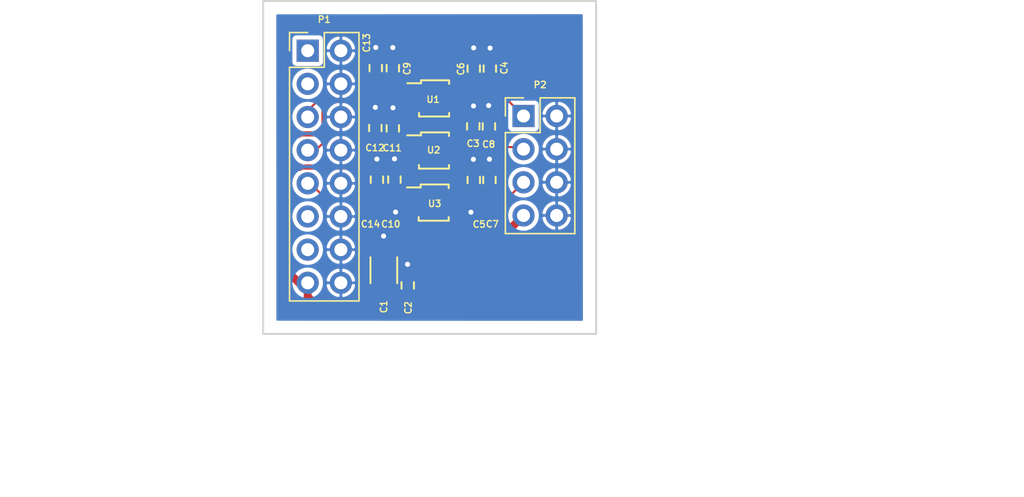
<source format=kicad_pcb>
(kicad_pcb (version 20171130) (host pcbnew "(5.1.5)-3")

  (general
    (thickness 1.6)
    (drawings 5)
    (tracks 168)
    (zones 0)
    (modules 19)
    (nets 13)
  )

  (page A4)
  (layers
    (0 F.Cu signal)
    (31 B.Cu signal)
    (32 B.Adhes user)
    (33 F.Adhes user)
    (34 B.Paste user)
    (35 F.Paste user)
    (36 B.SilkS user)
    (37 F.SilkS user)
    (38 B.Mask user)
    (39 F.Mask user)
    (40 Dwgs.User user)
    (41 Cmts.User user)
    (42 Eco1.User user)
    (43 Eco2.User user)
    (44 Edge.Cuts user)
    (45 Margin user)
    (46 B.CrtYd user)
    (47 F.CrtYd user)
    (48 B.Fab user)
    (49 F.Fab user)
  )

  (setup
    (last_trace_width 0.16)
    (user_trace_width 0.4)
    (user_trace_width 0.6)
    (trace_clearance 0.16)
    (zone_clearance 0.32)
    (zone_45_only no)
    (trace_min 0.16)
    (via_size 0.83)
    (via_drill 0.385)
    (via_min_size 0.83)
    (via_min_drill 0.385)
    (uvia_size 0.4)
    (uvia_drill 0.125)
    (uvias_allowed no)
    (uvia_min_size 0.4)
    (uvia_min_drill 0.125)
    (edge_width 0.15)
    (segment_width 0.2)
    (pcb_text_width 0.3)
    (pcb_text_size 1.5 1.5)
    (mod_edge_width 0.15)
    (mod_text_size 0.5 0.5)
    (mod_text_width 0.1)
    (pad_size 1.524 1.524)
    (pad_drill 0.762)
    (pad_to_mask_clearance 0.2)
    (aux_axis_origin 0 0)
    (visible_elements 7FFFFFFF)
    (pcbplotparams
      (layerselection 0x010fc_ffffffff)
      (usegerberextensions false)
      (usegerberattributes false)
      (usegerberadvancedattributes false)
      (creategerberjobfile false)
      (excludeedgelayer true)
      (linewidth 0.020000)
      (plotframeref false)
      (viasonmask false)
      (mode 1)
      (useauxorigin false)
      (hpglpennumber 1)
      (hpglpenspeed 20)
      (hpglpendiameter 15.000000)
      (psnegative false)
      (psa4output false)
      (plotreference true)
      (plotvalue true)
      (plotinvisibletext false)
      (padsonsilk false)
      (subtractmaskfromsilk false)
      (outputformat 1)
      (mirror false)
      (drillshape 0)
      (scaleselection 1)
      (outputdirectory "gerbers/"))
  )

  (net 0 "")
  (net 1 GND)
  (net 2 VDD)
  (net 3 "Net-(P1-Pad13)")
  (net 4 "Net-(P1-Pad11)")
  (net 5 /CLK_36_IN)
  (net 6 /FPGA_Q_IN_IN)
  (net 7 /FPGA_I_IN_IN)
  (net 8 "Net-(P1-Pad3)")
  (net 9 "Net-(P1-Pad1)")
  (net 10 /FPGA_Q_IN_OUT)
  (net 11 /FPGA_I_IN_OUT)
  (net 12 /CLK_36_OUT)

  (net_class Default "This is the default net class."
    (clearance 0.16)
    (trace_width 0.16)
    (via_dia 0.83)
    (via_drill 0.385)
    (uvia_dia 0.4)
    (uvia_drill 0.125)
    (add_net /CLK_36_IN)
    (add_net /CLK_36_OUT)
    (add_net /FPGA_I_IN_IN)
    (add_net /FPGA_I_IN_OUT)
    (add_net /FPGA_Q_IN_IN)
    (add_net /FPGA_Q_IN_OUT)
    (add_net GND)
    (add_net "Net-(P1-Pad1)")
    (add_net "Net-(P1-Pad11)")
    (add_net "Net-(P1-Pad13)")
    (add_net "Net-(P1-Pad3)")
    (add_net VDD)
  )

  (module Capacitors_SMD:C_0402 (layer F.Cu) (tedit 58748E54) (tstamp 5874E57F)
    (at 147.05 91.18 90)
    (descr "Capacitor SMD 0402, reflow soldering, AVX (see smccp.pdf)")
    (tags "capacitor 0402")
    (path /5874DD11)
    (attr smd)
    (fp_text reference C10 (at -3.41 -0.28 180) (layer F.SilkS)
      (effects (font (size 0.5 0.5) (thickness 0.1)))
    )
    (fp_text value 100p (at -2.11 -0.77 90) (layer F.Fab)
      (effects (font (size 0.5 0.5) (thickness 0.1)))
    )
    (fp_line (start -0.5 0.25) (end -0.5 -0.25) (layer F.Fab) (width 0.15))
    (fp_line (start 0.5 0.25) (end -0.5 0.25) (layer F.Fab) (width 0.15))
    (fp_line (start 0.5 -0.25) (end 0.5 0.25) (layer F.Fab) (width 0.15))
    (fp_line (start -0.5 -0.25) (end 0.5 -0.25) (layer F.Fab) (width 0.15))
    (fp_line (start -1.15 -0.6) (end 1.15 -0.6) (layer F.CrtYd) (width 0.05))
    (fp_line (start -1.15 0.6) (end 1.15 0.6) (layer F.CrtYd) (width 0.05))
    (fp_line (start -1.15 -0.6) (end -1.15 0.6) (layer F.CrtYd) (width 0.05))
    (fp_line (start 1.15 -0.6) (end 1.15 0.6) (layer F.CrtYd) (width 0.05))
    (fp_line (start 0.25 -0.475) (end -0.25 -0.475) (layer F.SilkS) (width 0.15))
    (fp_line (start -0.25 0.475) (end 0.25 0.475) (layer F.SilkS) (width 0.15))
    (pad 1 smd rect (at -0.55 0 90) (size 0.6 0.5) (layers F.Cu F.Paste F.Mask)
      (net 2 VDD))
    (pad 2 smd rect (at 0.55 0 90) (size 0.6 0.5) (layers F.Cu F.Paste F.Mask)
      (net 1 GND))
    (model Capacitors_SMD.3dshapes/C_0402.wrl
      (at (xyz 0 0 0))
      (scale (xyz 1 1 1))
      (rotate (xyz 0 0 0))
    )
  )

  (module Capacitors_SMD:C_0402 (layer F.Cu) (tedit 58748E52) (tstamp 5874E551)
    (at 145.71 91.19 90)
    (descr "Capacitor SMD 0402, reflow soldering, AVX (see smccp.pdf)")
    (tags "capacitor 0402")
    (path /5874DDD3)
    (attr smd)
    (fp_text reference C14 (at -3.4 -0.49 180) (layer F.SilkS)
      (effects (font (size 0.5 0.5) (thickness 0.1)))
    )
    (fp_text value 100n (at -2.11 -0.31 90) (layer F.Fab)
      (effects (font (size 0.5 0.5) (thickness 0.1)))
    )
    (fp_line (start -0.25 0.475) (end 0.25 0.475) (layer F.SilkS) (width 0.15))
    (fp_line (start 0.25 -0.475) (end -0.25 -0.475) (layer F.SilkS) (width 0.15))
    (fp_line (start 1.15 -0.6) (end 1.15 0.6) (layer F.CrtYd) (width 0.05))
    (fp_line (start -1.15 -0.6) (end -1.15 0.6) (layer F.CrtYd) (width 0.05))
    (fp_line (start -1.15 0.6) (end 1.15 0.6) (layer F.CrtYd) (width 0.05))
    (fp_line (start -1.15 -0.6) (end 1.15 -0.6) (layer F.CrtYd) (width 0.05))
    (fp_line (start -0.5 -0.25) (end 0.5 -0.25) (layer F.Fab) (width 0.15))
    (fp_line (start 0.5 -0.25) (end 0.5 0.25) (layer F.Fab) (width 0.15))
    (fp_line (start 0.5 0.25) (end -0.5 0.25) (layer F.Fab) (width 0.15))
    (fp_line (start -0.5 0.25) (end -0.5 -0.25) (layer F.Fab) (width 0.15))
    (pad 2 smd rect (at 0.55 0 90) (size 0.6 0.5) (layers F.Cu F.Paste F.Mask)
      (net 1 GND))
    (pad 1 smd rect (at -0.55 0 90) (size 0.6 0.5) (layers F.Cu F.Paste F.Mask)
      (net 2 VDD))
    (model Capacitors_SMD.3dshapes/C_0402.wrl
      (at (xyz 0 0 0))
      (scale (xyz 1 1 1))
      (rotate (xyz 0 0 0))
    )
  )

  (module Capacitors_SMD:C_0402 (layer F.Cu) (tedit 58748CDC) (tstamp 5874E523)
    (at 145.62 82.64 90)
    (descr "Capacitor SMD 0402, reflow soldering, AVX (see smccp.pdf)")
    (tags "capacitor 0402")
    (path /5874DD17)
    (attr smd)
    (fp_text reference C13 (at 1.93 -0.7 90) (layer F.SilkS)
      (effects (font (size 0.5 0.5) (thickness 0.1)))
    )
    (fp_text value 100n (at 2.98 0.01 90) (layer F.Fab)
      (effects (font (size 0.5 0.5) (thickness 0.1)))
    )
    (fp_line (start -0.5 0.25) (end -0.5 -0.25) (layer F.Fab) (width 0.15))
    (fp_line (start 0.5 0.25) (end -0.5 0.25) (layer F.Fab) (width 0.15))
    (fp_line (start 0.5 -0.25) (end 0.5 0.25) (layer F.Fab) (width 0.15))
    (fp_line (start -0.5 -0.25) (end 0.5 -0.25) (layer F.Fab) (width 0.15))
    (fp_line (start -1.15 -0.6) (end 1.15 -0.6) (layer F.CrtYd) (width 0.05))
    (fp_line (start -1.15 0.6) (end 1.15 0.6) (layer F.CrtYd) (width 0.05))
    (fp_line (start -1.15 -0.6) (end -1.15 0.6) (layer F.CrtYd) (width 0.05))
    (fp_line (start 1.15 -0.6) (end 1.15 0.6) (layer F.CrtYd) (width 0.05))
    (fp_line (start 0.25 -0.475) (end -0.25 -0.475) (layer F.SilkS) (width 0.15))
    (fp_line (start -0.25 0.475) (end 0.25 0.475) (layer F.SilkS) (width 0.15))
    (pad 1 smd rect (at -0.55 0 90) (size 0.6 0.5) (layers F.Cu F.Paste F.Mask)
      (net 2 VDD))
    (pad 2 smd rect (at 0.55 0 90) (size 0.6 0.5) (layers F.Cu F.Paste F.Mask)
      (net 1 GND))
    (model Capacitors_SMD.3dshapes/C_0402.wrl
      (at (xyz 0 0 0))
      (scale (xyz 1 1 1))
      (rotate (xyz 0 0 0))
    )
  )

  (module Capacitors_SMD:C_0402 (layer F.Cu) (tedit 58748CCB) (tstamp 5874E4F5)
    (at 145.59 87.23 90)
    (descr "Capacitor SMD 0402, reflow soldering, AVX (see smccp.pdf)")
    (tags "capacitor 0402")
    (path /5874DB7B)
    (attr smd)
    (fp_text reference C12 (at -1.52 -0.03 180) (layer F.SilkS)
      (effects (font (size 0.5 0.5) (thickness 0.1)))
    )
    (fp_text value 100n (at 2.27 0 180) (layer F.Fab)
      (effects (font (size 0.5 0.5) (thickness 0.1)))
    )
    (fp_line (start -0.25 0.475) (end 0.25 0.475) (layer F.SilkS) (width 0.15))
    (fp_line (start 0.25 -0.475) (end -0.25 -0.475) (layer F.SilkS) (width 0.15))
    (fp_line (start 1.15 -0.6) (end 1.15 0.6) (layer F.CrtYd) (width 0.05))
    (fp_line (start -1.15 -0.6) (end -1.15 0.6) (layer F.CrtYd) (width 0.05))
    (fp_line (start -1.15 0.6) (end 1.15 0.6) (layer F.CrtYd) (width 0.05))
    (fp_line (start -1.15 -0.6) (end 1.15 -0.6) (layer F.CrtYd) (width 0.05))
    (fp_line (start -0.5 -0.25) (end 0.5 -0.25) (layer F.Fab) (width 0.15))
    (fp_line (start 0.5 -0.25) (end 0.5 0.25) (layer F.Fab) (width 0.15))
    (fp_line (start 0.5 0.25) (end -0.5 0.25) (layer F.Fab) (width 0.15))
    (fp_line (start -0.5 0.25) (end -0.5 -0.25) (layer F.Fab) (width 0.15))
    (pad 2 smd rect (at 0.55 0 90) (size 0.6 0.5) (layers F.Cu F.Paste F.Mask)
      (net 1 GND))
    (pad 1 smd rect (at -0.55 0 90) (size 0.6 0.5) (layers F.Cu F.Paste F.Mask)
      (net 2 VDD))
    (model Capacitors_SMD.3dshapes/C_0402.wrl
      (at (xyz 0 0 0))
      (scale (xyz 1 1 1))
      (rotate (xyz 0 0 0))
    )
  )

  (module Capacitors_SMD:C_0402 (layer F.Cu) (tedit 58748CD1) (tstamp 5874E4C7)
    (at 146.93 87.26 90)
    (descr "Capacitor SMD 0402, reflow soldering, AVX (see smccp.pdf)")
    (tags "capacitor 0402")
    (path /5874DDCD)
    (attr smd)
    (fp_text reference C11 (at -1.5 -0.05 180) (layer F.SilkS)
      (effects (font (size 0.5 0.5) (thickness 0.1)))
    )
    (fp_text value 100p (at 2.97 -0.14 180) (layer F.Fab)
      (effects (font (size 0.5 0.5) (thickness 0.1)))
    )
    (fp_line (start -0.5 0.25) (end -0.5 -0.25) (layer F.Fab) (width 0.15))
    (fp_line (start 0.5 0.25) (end -0.5 0.25) (layer F.Fab) (width 0.15))
    (fp_line (start 0.5 -0.25) (end 0.5 0.25) (layer F.Fab) (width 0.15))
    (fp_line (start -0.5 -0.25) (end 0.5 -0.25) (layer F.Fab) (width 0.15))
    (fp_line (start -1.15 -0.6) (end 1.15 -0.6) (layer F.CrtYd) (width 0.05))
    (fp_line (start -1.15 0.6) (end 1.15 0.6) (layer F.CrtYd) (width 0.05))
    (fp_line (start -1.15 -0.6) (end -1.15 0.6) (layer F.CrtYd) (width 0.05))
    (fp_line (start 1.15 -0.6) (end 1.15 0.6) (layer F.CrtYd) (width 0.05))
    (fp_line (start 0.25 -0.475) (end -0.25 -0.475) (layer F.SilkS) (width 0.15))
    (fp_line (start -0.25 0.475) (end 0.25 0.475) (layer F.SilkS) (width 0.15))
    (pad 1 smd rect (at -0.55 0 90) (size 0.6 0.5) (layers F.Cu F.Paste F.Mask)
      (net 2 VDD))
    (pad 2 smd rect (at 0.55 0 90) (size 0.6 0.5) (layers F.Cu F.Paste F.Mask)
      (net 1 GND))
    (model Capacitors_SMD.3dshapes/C_0402.wrl
      (at (xyz 0 0 0))
      (scale (xyz 1 1 1))
      (rotate (xyz 0 0 0))
    )
  )

  (module Capacitors_SMD:C_0402 (layer F.Cu) (tedit 58748CDE) (tstamp 5874E499)
    (at 146.93 82.65 270)
    (descr "Capacitor SMD 0402, reflow soldering, AVX (see smccp.pdf)")
    (tags "capacitor 0402")
    (path /5874DB75)
    (attr smd)
    (fp_text reference C9 (at 0.03 -1.09 270) (layer F.SilkS)
      (effects (font (size 0.5 0.5) (thickness 0.1)))
    )
    (fp_text value 100p (at -3.01 -0.07 90) (layer F.Fab)
      (effects (font (size 0.5 0.5) (thickness 0.1)))
    )
    (fp_line (start -0.25 0.475) (end 0.25 0.475) (layer F.SilkS) (width 0.15))
    (fp_line (start 0.25 -0.475) (end -0.25 -0.475) (layer F.SilkS) (width 0.15))
    (fp_line (start 1.15 -0.6) (end 1.15 0.6) (layer F.CrtYd) (width 0.05))
    (fp_line (start -1.15 -0.6) (end -1.15 0.6) (layer F.CrtYd) (width 0.05))
    (fp_line (start -1.15 0.6) (end 1.15 0.6) (layer F.CrtYd) (width 0.05))
    (fp_line (start -1.15 -0.6) (end 1.15 -0.6) (layer F.CrtYd) (width 0.05))
    (fp_line (start -0.5 -0.25) (end 0.5 -0.25) (layer F.Fab) (width 0.15))
    (fp_line (start 0.5 -0.25) (end 0.5 0.25) (layer F.Fab) (width 0.15))
    (fp_line (start 0.5 0.25) (end -0.5 0.25) (layer F.Fab) (width 0.15))
    (fp_line (start -0.5 0.25) (end -0.5 -0.25) (layer F.Fab) (width 0.15))
    (pad 2 smd rect (at 0.55 0 270) (size 0.6 0.5) (layers F.Cu F.Paste F.Mask)
      (net 2 VDD))
    (pad 1 smd rect (at -0.55 0 270) (size 0.6 0.5) (layers F.Cu F.Paste F.Mask)
      (net 1 GND))
    (model Capacitors_SMD.3dshapes/C_0402.wrl
      (at (xyz 0 0 0))
      (scale (xyz 1 1 1))
      (rotate (xyz 0 0 0))
    )
  )

  (module Capacitors_SMD:C_0402 (layer F.Cu) (tedit 58748E2E) (tstamp 5874AA93)
    (at 154.29 87.11 90)
    (descr "Capacitor SMD 0402, reflow soldering, AVX (see smccp.pdf)")
    (tags "capacitor 0402")
    (path /58749F26)
    (attr smd)
    (fp_text reference C8 (at -1.37 -0.02 180) (layer F.SilkS)
      (effects (font (size 0.5 0.5) (thickness 0.1)))
    )
    (fp_text value 100n (at 2.84 0.64 180) (layer F.Fab)
      (effects (font (size 0.5 0.5) (thickness 0.1)))
    )
    (fp_line (start -0.25 0.475) (end 0.25 0.475) (layer F.SilkS) (width 0.15))
    (fp_line (start 0.25 -0.475) (end -0.25 -0.475) (layer F.SilkS) (width 0.15))
    (fp_line (start 1.15 -0.6) (end 1.15 0.6) (layer F.CrtYd) (width 0.05))
    (fp_line (start -1.15 -0.6) (end -1.15 0.6) (layer F.CrtYd) (width 0.05))
    (fp_line (start -1.15 0.6) (end 1.15 0.6) (layer F.CrtYd) (width 0.05))
    (fp_line (start -1.15 -0.6) (end 1.15 -0.6) (layer F.CrtYd) (width 0.05))
    (fp_line (start -0.5 -0.25) (end 0.5 -0.25) (layer F.Fab) (width 0.15))
    (fp_line (start 0.5 -0.25) (end 0.5 0.25) (layer F.Fab) (width 0.15))
    (fp_line (start 0.5 0.25) (end -0.5 0.25) (layer F.Fab) (width 0.15))
    (fp_line (start -0.5 0.25) (end -0.5 -0.25) (layer F.Fab) (width 0.15))
    (pad 2 smd rect (at 0.55 0 90) (size 0.6 0.5) (layers F.Cu F.Paste F.Mask)
      (net 1 GND))
    (pad 1 smd rect (at -0.55 0 90) (size 0.6 0.5) (layers F.Cu F.Paste F.Mask)
      (net 2 VDD))
    (model Capacitors_SMD.3dshapes/C_0402.wrl
      (at (xyz 0 0 0))
      (scale (xyz 1 1 1))
      (rotate (xyz 0 0 0))
    )
  )

  (module Capacitors_SMD:C_0402 (layer F.Cu) (tedit 58748E45) (tstamp 5874AA65)
    (at 154.33 91.21 90)
    (descr "Capacitor SMD 0402, reflow soldering, AVX (see smccp.pdf)")
    (tags "capacitor 0402")
    (path /5874A018)
    (attr smd)
    (fp_text reference C7 (at -3.38 0.22 180) (layer F.SilkS)
      (effects (font (size 0.5 0.5) (thickness 0.1)))
    )
    (fp_text value 100n (at -2.07 0.28 90) (layer F.Fab)
      (effects (font (size 0.5 0.5) (thickness 0.1)))
    )
    (fp_line (start -0.5 0.25) (end -0.5 -0.25) (layer F.Fab) (width 0.15))
    (fp_line (start 0.5 0.25) (end -0.5 0.25) (layer F.Fab) (width 0.15))
    (fp_line (start 0.5 -0.25) (end 0.5 0.25) (layer F.Fab) (width 0.15))
    (fp_line (start -0.5 -0.25) (end 0.5 -0.25) (layer F.Fab) (width 0.15))
    (fp_line (start -1.15 -0.6) (end 1.15 -0.6) (layer F.CrtYd) (width 0.05))
    (fp_line (start -1.15 0.6) (end 1.15 0.6) (layer F.CrtYd) (width 0.05))
    (fp_line (start -1.15 -0.6) (end -1.15 0.6) (layer F.CrtYd) (width 0.05))
    (fp_line (start 1.15 -0.6) (end 1.15 0.6) (layer F.CrtYd) (width 0.05))
    (fp_line (start 0.25 -0.475) (end -0.25 -0.475) (layer F.SilkS) (width 0.15))
    (fp_line (start -0.25 0.475) (end 0.25 0.475) (layer F.SilkS) (width 0.15))
    (pad 1 smd rect (at -0.55 0 90) (size 0.6 0.5) (layers F.Cu F.Paste F.Mask)
      (net 2 VDD))
    (pad 2 smd rect (at 0.55 0 90) (size 0.6 0.5) (layers F.Cu F.Paste F.Mask)
      (net 1 GND))
    (model Capacitors_SMD.3dshapes/C_0402.wrl
      (at (xyz 0 0 0))
      (scale (xyz 1 1 1))
      (rotate (xyz 0 0 0))
    )
  )

  (module Capacitors_SMD:C_0402 (layer F.Cu) (tedit 58748CE4) (tstamp 5874AA37)
    (at 154.36 82.68 90)
    (descr "Capacitor SMD 0402, reflow soldering, AVX (see smccp.pdf)")
    (tags "capacitor 0402")
    (path /58746FB9)
    (attr smd)
    (fp_text reference C6 (at -0.03 -2.22 90) (layer F.SilkS)
      (effects (font (size 0.5 0.5) (thickness 0.1)))
    )
    (fp_text value 100n (at 2.96 0.03 90) (layer F.Fab)
      (effects (font (size 0.5 0.5) (thickness 0.1)))
    )
    (fp_line (start -0.25 0.475) (end 0.25 0.475) (layer F.SilkS) (width 0.15))
    (fp_line (start 0.25 -0.475) (end -0.25 -0.475) (layer F.SilkS) (width 0.15))
    (fp_line (start 1.15 -0.6) (end 1.15 0.6) (layer F.CrtYd) (width 0.05))
    (fp_line (start -1.15 -0.6) (end -1.15 0.6) (layer F.CrtYd) (width 0.05))
    (fp_line (start -1.15 0.6) (end 1.15 0.6) (layer F.CrtYd) (width 0.05))
    (fp_line (start -1.15 -0.6) (end 1.15 -0.6) (layer F.CrtYd) (width 0.05))
    (fp_line (start -0.5 -0.25) (end 0.5 -0.25) (layer F.Fab) (width 0.15))
    (fp_line (start 0.5 -0.25) (end 0.5 0.25) (layer F.Fab) (width 0.15))
    (fp_line (start 0.5 0.25) (end -0.5 0.25) (layer F.Fab) (width 0.15))
    (fp_line (start -0.5 0.25) (end -0.5 -0.25) (layer F.Fab) (width 0.15))
    (pad 2 smd rect (at 0.55 0 90) (size 0.6 0.5) (layers F.Cu F.Paste F.Mask)
      (net 1 GND))
    (pad 1 smd rect (at -0.55 0 90) (size 0.6 0.5) (layers F.Cu F.Paste F.Mask)
      (net 2 VDD))
    (model Capacitors_SMD.3dshapes/C_0402.wrl
      (at (xyz 0 0 0))
      (scale (xyz 1 1 1))
      (rotate (xyz 0 0 0))
    )
  )

  (module Capacitors_SMD:C_0402 (layer F.Cu) (tedit 58748E49) (tstamp 5874AA09)
    (at 153.13 91.21 90)
    (descr "Capacitor SMD 0402, reflow soldering, AVX (see smccp.pdf)")
    (tags "capacitor 0402")
    (path /58749F20)
    (attr smd)
    (fp_text reference C5 (at -3.4 0.41 180) (layer F.SilkS)
      (effects (font (size 0.5 0.5) (thickness 0.1)))
    )
    (fp_text value 100p (at -2.11 0.63 90) (layer F.Fab)
      (effects (font (size 0.5 0.5) (thickness 0.1)))
    )
    (fp_line (start -0.5 0.25) (end -0.5 -0.25) (layer F.Fab) (width 0.15))
    (fp_line (start 0.5 0.25) (end -0.5 0.25) (layer F.Fab) (width 0.15))
    (fp_line (start 0.5 -0.25) (end 0.5 0.25) (layer F.Fab) (width 0.15))
    (fp_line (start -0.5 -0.25) (end 0.5 -0.25) (layer F.Fab) (width 0.15))
    (fp_line (start -1.15 -0.6) (end 1.15 -0.6) (layer F.CrtYd) (width 0.05))
    (fp_line (start -1.15 0.6) (end 1.15 0.6) (layer F.CrtYd) (width 0.05))
    (fp_line (start -1.15 -0.6) (end -1.15 0.6) (layer F.CrtYd) (width 0.05))
    (fp_line (start 1.15 -0.6) (end 1.15 0.6) (layer F.CrtYd) (width 0.05))
    (fp_line (start 0.25 -0.475) (end -0.25 -0.475) (layer F.SilkS) (width 0.15))
    (fp_line (start -0.25 0.475) (end 0.25 0.475) (layer F.SilkS) (width 0.15))
    (pad 1 smd rect (at -0.55 0 90) (size 0.6 0.5) (layers F.Cu F.Paste F.Mask)
      (net 2 VDD))
    (pad 2 smd rect (at 0.55 0 90) (size 0.6 0.5) (layers F.Cu F.Paste F.Mask)
      (net 1 GND))
    (model Capacitors_SMD.3dshapes/C_0402.wrl
      (at (xyz 0 0 0))
      (scale (xyz 1 1 1))
      (rotate (xyz 0 0 0))
    )
  )

  (module Capacitors_SMD:C_0402 (layer F.Cu) (tedit 58748CE2) (tstamp 5874A9DB)
    (at 153.13 82.68 90)
    (descr "Capacitor SMD 0402, reflow soldering, AVX (see smccp.pdf)")
    (tags "capacitor 0402")
    (path /5874A012)
    (attr smd)
    (fp_text reference C4 (at 0.05 2.33 90) (layer F.SilkS)
      (effects (font (size 0.5 0.5) (thickness 0.1)))
    )
    (fp_text value 100p (at 2.97 -0.01 90) (layer F.Fab)
      (effects (font (size 0.5 0.5) (thickness 0.1)))
    )
    (fp_line (start -0.25 0.475) (end 0.25 0.475) (layer F.SilkS) (width 0.15))
    (fp_line (start 0.25 -0.475) (end -0.25 -0.475) (layer F.SilkS) (width 0.15))
    (fp_line (start 1.15 -0.6) (end 1.15 0.6) (layer F.CrtYd) (width 0.05))
    (fp_line (start -1.15 -0.6) (end -1.15 0.6) (layer F.CrtYd) (width 0.05))
    (fp_line (start -1.15 0.6) (end 1.15 0.6) (layer F.CrtYd) (width 0.05))
    (fp_line (start -1.15 -0.6) (end 1.15 -0.6) (layer F.CrtYd) (width 0.05))
    (fp_line (start -0.5 -0.25) (end 0.5 -0.25) (layer F.Fab) (width 0.15))
    (fp_line (start 0.5 -0.25) (end 0.5 0.25) (layer F.Fab) (width 0.15))
    (fp_line (start 0.5 0.25) (end -0.5 0.25) (layer F.Fab) (width 0.15))
    (fp_line (start -0.5 0.25) (end -0.5 -0.25) (layer F.Fab) (width 0.15))
    (pad 2 smd rect (at 0.55 0 90) (size 0.6 0.5) (layers F.Cu F.Paste F.Mask)
      (net 1 GND))
    (pad 1 smd rect (at -0.55 0 90) (size 0.6 0.5) (layers F.Cu F.Paste F.Mask)
      (net 2 VDD))
    (model Capacitors_SMD.3dshapes/C_0402.wrl
      (at (xyz 0 0 0))
      (scale (xyz 1 1 1))
      (rotate (xyz 0 0 0))
    )
  )

  (module Capacitors_SMD:C_0402 (layer F.Cu) (tedit 58748E30) (tstamp 5874A9AD)
    (at 153.09 87.1 90)
    (descr "Capacitor SMD 0402, reflow soldering, AVX (see smccp.pdf)")
    (tags "capacitor 0402")
    (path /58746FB3)
    (attr smd)
    (fp_text reference C3 (at -1.32 -0.01 180) (layer F.SilkS)
      (effects (font (size 0.5 0.5) (thickness 0.1)))
    )
    (fp_text value 100p (at 2.32 0.45 180) (layer F.Fab)
      (effects (font (size 0.5 0.5) (thickness 0.1)))
    )
    (fp_line (start -0.5 0.25) (end -0.5 -0.25) (layer F.Fab) (width 0.15))
    (fp_line (start 0.5 0.25) (end -0.5 0.25) (layer F.Fab) (width 0.15))
    (fp_line (start 0.5 -0.25) (end 0.5 0.25) (layer F.Fab) (width 0.15))
    (fp_line (start -0.5 -0.25) (end 0.5 -0.25) (layer F.Fab) (width 0.15))
    (fp_line (start -1.15 -0.6) (end 1.15 -0.6) (layer F.CrtYd) (width 0.05))
    (fp_line (start -1.15 0.6) (end 1.15 0.6) (layer F.CrtYd) (width 0.05))
    (fp_line (start -1.15 -0.6) (end -1.15 0.6) (layer F.CrtYd) (width 0.05))
    (fp_line (start 1.15 -0.6) (end 1.15 0.6) (layer F.CrtYd) (width 0.05))
    (fp_line (start 0.25 -0.475) (end -0.25 -0.475) (layer F.SilkS) (width 0.15))
    (fp_line (start -0.25 0.475) (end 0.25 0.475) (layer F.SilkS) (width 0.15))
    (pad 1 smd rect (at -0.55 0 90) (size 0.6 0.5) (layers F.Cu F.Paste F.Mask)
      (net 2 VDD))
    (pad 2 smd rect (at 0.55 0 90) (size 0.6 0.5) (layers F.Cu F.Paste F.Mask)
      (net 1 GND))
    (model Capacitors_SMD.3dshapes/C_0402.wrl
      (at (xyz 0 0 0))
      (scale (xyz 1 1 1))
      (rotate (xyz 0 0 0))
    )
  )

  (module Capacitors_SMD:C_0402 (layer F.Cu) (tedit 58748D0B) (tstamp 5874A97F)
    (at 148.07 99.28 90)
    (descr "Capacitor SMD 0402, reflow soldering, AVX (see smccp.pdf)")
    (tags "capacitor 0402")
    (path /5874ADE1)
    (attr smd)
    (fp_text reference C2 (at -1.72 0.04 90) (layer F.SilkS)
      (effects (font (size 0.5 0.5) (thickness 0.1)))
    )
    (fp_text value 1u (at 0.8 1.01 90) (layer F.Fab)
      (effects (font (size 0.5 0.5) (thickness 0.1)))
    )
    (fp_line (start -0.25 0.475) (end 0.25 0.475) (layer F.SilkS) (width 0.15))
    (fp_line (start 0.25 -0.475) (end -0.25 -0.475) (layer F.SilkS) (width 0.15))
    (fp_line (start 1.15 -0.6) (end 1.15 0.6) (layer F.CrtYd) (width 0.05))
    (fp_line (start -1.15 -0.6) (end -1.15 0.6) (layer F.CrtYd) (width 0.05))
    (fp_line (start -1.15 0.6) (end 1.15 0.6) (layer F.CrtYd) (width 0.05))
    (fp_line (start -1.15 -0.6) (end 1.15 -0.6) (layer F.CrtYd) (width 0.05))
    (fp_line (start -0.5 -0.25) (end 0.5 -0.25) (layer F.Fab) (width 0.15))
    (fp_line (start 0.5 -0.25) (end 0.5 0.25) (layer F.Fab) (width 0.15))
    (fp_line (start 0.5 0.25) (end -0.5 0.25) (layer F.Fab) (width 0.15))
    (fp_line (start -0.5 0.25) (end -0.5 -0.25) (layer F.Fab) (width 0.15))
    (pad 2 smd rect (at 0.55 0 90) (size 0.6 0.5) (layers F.Cu F.Paste F.Mask)
      (net 1 GND))
    (pad 1 smd rect (at -0.55 0 90) (size 0.6 0.5) (layers F.Cu F.Paste F.Mask)
      (net 2 VDD))
    (model Capacitors_SMD.3dshapes/C_0402.wrl
      (at (xyz 0 0 0))
      (scale (xyz 1 1 1))
      (rotate (xyz 0 0 0))
    )
  )

  (module Capacitors_SMD:C_1206 (layer F.Cu) (tedit 58748E4D) (tstamp 5874A951)
    (at 146.24 98.13 90)
    (descr "Capacitor SMD 1206, reflow soldering, AVX (see smccp.pdf)")
    (tags "capacitor 1206")
    (path /5874ADDB)
    (attr smd)
    (fp_text reference C1 (at -2.79 0 90) (layer F.SilkS)
      (effects (font (size 0.5 0.5) (thickness 0.1)))
    )
    (fp_text value 10u (at 0.05 -0.03 90) (layer F.Fab)
      (effects (font (size 0.5 0.5) (thickness 0.1)))
    )
    (fp_line (start -1 1.025) (end 1 1.025) (layer F.SilkS) (width 0.15))
    (fp_line (start 1 -1.025) (end -1 -1.025) (layer F.SilkS) (width 0.15))
    (fp_line (start 2.3 -1.15) (end 2.3 1.15) (layer F.CrtYd) (width 0.05))
    (fp_line (start -2.3 -1.15) (end -2.3 1.15) (layer F.CrtYd) (width 0.05))
    (fp_line (start -2.3 1.15) (end 2.3 1.15) (layer F.CrtYd) (width 0.05))
    (fp_line (start -2.3 -1.15) (end 2.3 -1.15) (layer F.CrtYd) (width 0.05))
    (fp_line (start -1.6 -0.8) (end 1.6 -0.8) (layer F.Fab) (width 0.15))
    (fp_line (start 1.6 -0.8) (end 1.6 0.8) (layer F.Fab) (width 0.15))
    (fp_line (start 1.6 0.8) (end -1.6 0.8) (layer F.Fab) (width 0.15))
    (fp_line (start -1.6 0.8) (end -1.6 -0.8) (layer F.Fab) (width 0.15))
    (pad 2 smd rect (at 1.5 0 90) (size 1 1.6) (layers F.Cu F.Paste F.Mask)
      (net 1 GND))
    (pad 1 smd rect (at -1.5 0 90) (size 1 1.6) (layers F.Cu F.Paste F.Mask)
      (net 2 VDD))
    (model Capacitors_SMD.3dshapes/C_1206.wrl
      (at (xyz 0 0 0))
      (scale (xyz 1 1 1))
      (rotate (xyz 0 0 0))
    )
  )

  (module LogicBuffer:VSSOP-8_2p1x2p4mm_Pitch0.5mm (layer F.Cu) (tedit 58747DF2) (tstamp 5874A90B)
    (at 150.06 93.18)
    (descr "TSSOP10: plastic thin shrink small outline package; 10 leads; body width 3 mm; (see NXP SSOP-TSSOP-VSO-REFLOW.pdf and sot552-1_po.pdf)")
    (tags "SSOP 0.5")
    (path /58736EFE)
    (attr smd)
    (fp_text reference U3 (at 0.075953 -0.1575) (layer F.SilkS)
      (effects (font (size 0.5 0.5) (thickness 0.1)))
    )
    (fp_text value 74AXP2T3407 (at 0.02 1.75) (layer F.Fab)
      (effects (font (size 0.5 0.5) (thickness 0.1)))
    )
    (fp_line (start 0 -1.5) (end 1 -1.5) (layer F.Fab) (width 0.15))
    (fp_line (start 1 -1.5) (end 1 1) (layer F.Fab) (width 0.15))
    (fp_line (start 1 1) (end -1 1) (layer F.Fab) (width 0.15))
    (fp_line (start -1 1) (end -1 -0.5) (layer F.Fab) (width 0.15))
    (fp_line (start -1 -0.5) (end 0 -1.5) (layer F.Fab) (width 0.15))
    (fp_line (start -2.4 -1.8) (end -2.4 1.35) (layer F.CrtYd) (width 0.05))
    (fp_line (start 2.4 -1.8) (end 2.4 1.35) (layer F.CrtYd) (width 0.05))
    (fp_line (start -2.4 -1.8) (end 2.4 -1.8) (layer F.CrtYd) (width 0.05))
    (fp_line (start -2.4 1.35) (end 2.4 1.35) (layer F.CrtYd) (width 0.05))
    (fp_line (start -1 -1.6) (end -1 -1.4) (layer F.SilkS) (width 0.15))
    (fp_line (start 1.15 -1.625) (end 1.15 -1.35) (layer F.SilkS) (width 0.15))
    (fp_line (start 1.15 1.15) (end 1.15 0.875) (layer F.SilkS) (width 0.15))
    (fp_line (start -1.15 1.15) (end -1.15 0.875) (layer F.SilkS) (width 0.15))
    (fp_line (start -1 -1.625) (end 1.1 -1.625) (layer F.SilkS) (width 0.15))
    (fp_line (start -1.15 1.15) (end 1.15 1.15) (layer F.SilkS) (width 0.15))
    (fp_line (start -1 -1.4) (end -2.05 -1.4) (layer F.SilkS) (width 0.15))
    (pad 1 smd rect (at -1.55 -1) (size 1.1 0.25) (layers F.Cu F.Paste F.Mask)
      (net 2 VDD))
    (pad 2 smd rect (at -1.55 -0.5) (size 1.1 0.25) (layers F.Cu F.Paste F.Mask)
      (net 5 /CLK_36_IN))
    (pad 3 smd rect (at -1.55 0) (size 1.1 0.25) (layers F.Cu F.Paste F.Mask)
      (net 1 GND))
    (pad 4 smd rect (at -1.55 0.5) (size 1.1 0.25) (layers F.Cu F.Paste F.Mask)
      (net 1 GND))
    (pad 5 smd rect (at 1.55 0.5) (size 1.1 0.25) (layers F.Cu F.Paste F.Mask)
      (net 1 GND))
    (pad 6 smd rect (at 1.55 0) (size 1.1 0.25) (layers F.Cu F.Paste F.Mask)
      (net 1 GND))
    (pad 7 smd rect (at 1.55 -0.5) (size 1.1 0.25) (layers F.Cu F.Paste F.Mask)
      (net 12 /CLK_36_OUT))
    (pad 8 smd rect (at 1.55 -1) (size 1.1 0.25) (layers F.Cu F.Paste F.Mask)
      (net 2 VDD))
    (model Housings_SSOP.3dshapes/TSSOP-10_3x3mm_Pitch0.5mm.wrl
      (at (xyz 0 0 0))
      (scale (xyz 1 1 1))
      (rotate (xyz 0 0 0))
    )
  )

  (module LogicBuffer:VSSOP-8_2p1x2p4mm_Pitch0.5mm (layer F.Cu) (tedit 58747DEB) (tstamp 5874A8B9)
    (at 150.08 89.19)
    (descr "TSSOP10: plastic thin shrink small outline package; 10 leads; body width 3 mm; (see NXP SSOP-TSSOP-VSO-REFLOW.pdf and sot552-1_po.pdf)")
    (tags "SSOP 0.5")
    (path /58736EB8)
    (attr smd)
    (fp_text reference U2 (at -0.02 -0.27) (layer F.SilkS)
      (effects (font (size 0.5 0.5) (thickness 0.1)))
    )
    (fp_text value 74AXP2T3407 (at -0.01 1.77) (layer F.Fab)
      (effects (font (size 0.5 0.5) (thickness 0.1)))
    )
    (fp_line (start -1 -1.4) (end -2.05 -1.4) (layer F.SilkS) (width 0.15))
    (fp_line (start -1.15 1.15) (end 1.15 1.15) (layer F.SilkS) (width 0.15))
    (fp_line (start -1 -1.625) (end 1.1 -1.625) (layer F.SilkS) (width 0.15))
    (fp_line (start -1.15 1.15) (end -1.15 0.875) (layer F.SilkS) (width 0.15))
    (fp_line (start 1.15 1.15) (end 1.15 0.875) (layer F.SilkS) (width 0.15))
    (fp_line (start 1.15 -1.625) (end 1.15 -1.35) (layer F.SilkS) (width 0.15))
    (fp_line (start -1 -1.6) (end -1 -1.4) (layer F.SilkS) (width 0.15))
    (fp_line (start -2.4 1.35) (end 2.4 1.35) (layer F.CrtYd) (width 0.05))
    (fp_line (start -2.4 -1.8) (end 2.4 -1.8) (layer F.CrtYd) (width 0.05))
    (fp_line (start 2.4 -1.8) (end 2.4 1.35) (layer F.CrtYd) (width 0.05))
    (fp_line (start -2.4 -1.8) (end -2.4 1.35) (layer F.CrtYd) (width 0.05))
    (fp_line (start -1 -0.5) (end 0 -1.5) (layer F.Fab) (width 0.15))
    (fp_line (start -1 1) (end -1 -0.5) (layer F.Fab) (width 0.15))
    (fp_line (start 1 1) (end -1 1) (layer F.Fab) (width 0.15))
    (fp_line (start 1 -1.5) (end 1 1) (layer F.Fab) (width 0.15))
    (fp_line (start 0 -1.5) (end 1 -1.5) (layer F.Fab) (width 0.15))
    (pad 8 smd rect (at 1.55 -1) (size 1.1 0.25) (layers F.Cu F.Paste F.Mask)
      (net 2 VDD))
    (pad 7 smd rect (at 1.55 -0.5) (size 1.1 0.25) (layers F.Cu F.Paste F.Mask)
      (net 10 /FPGA_Q_IN_OUT))
    (pad 6 smd rect (at 1.55 0) (size 1.1 0.25) (layers F.Cu F.Paste F.Mask)
      (net 1 GND))
    (pad 5 smd rect (at 1.55 0.5) (size 1.1 0.25) (layers F.Cu F.Paste F.Mask)
      (net 1 GND))
    (pad 4 smd rect (at -1.55 0.5) (size 1.1 0.25) (layers F.Cu F.Paste F.Mask)
      (net 1 GND))
    (pad 3 smd rect (at -1.55 0) (size 1.1 0.25) (layers F.Cu F.Paste F.Mask)
      (net 1 GND))
    (pad 2 smd rect (at -1.55 -0.5) (size 1.1 0.25) (layers F.Cu F.Paste F.Mask)
      (net 6 /FPGA_Q_IN_IN))
    (pad 1 smd rect (at -1.55 -1) (size 1.1 0.25) (layers F.Cu F.Paste F.Mask)
      (net 2 VDD))
    (model Housings_SSOP.3dshapes/TSSOP-10_3x3mm_Pitch0.5mm.wrl
      (at (xyz 0 0 0))
      (scale (xyz 1 1 1))
      (rotate (xyz 0 0 0))
    )
  )

  (module LogicBuffer:VSSOP-8_2p1x2p4mm_Pitch0.5mm (layer F.Cu) (tedit 58747DE5) (tstamp 5874A867)
    (at 150.09 85.2)
    (descr "TSSOP10: plastic thin shrink small outline package; 10 leads; body width 3 mm; (see NXP SSOP-TSSOP-VSO-REFLOW.pdf and sot552-1_po.pdf)")
    (tags "SSOP 0.5")
    (path /58736E74)
    (attr smd)
    (fp_text reference U1 (at -0.074047 -0.1575) (layer F.SilkS)
      (effects (font (size 0.5 0.5) (thickness 0.1)))
    )
    (fp_text value 74AXP2T3407 (at -0.02 1.77) (layer F.Fab)
      (effects (font (size 0.5 0.5) (thickness 0.1)))
    )
    (fp_line (start 0 -1.5) (end 1 -1.5) (layer F.Fab) (width 0.15))
    (fp_line (start 1 -1.5) (end 1 1) (layer F.Fab) (width 0.15))
    (fp_line (start 1 1) (end -1 1) (layer F.Fab) (width 0.15))
    (fp_line (start -1 1) (end -1 -0.5) (layer F.Fab) (width 0.15))
    (fp_line (start -1 -0.5) (end 0 -1.5) (layer F.Fab) (width 0.15))
    (fp_line (start -2.4 -1.8) (end -2.4 1.35) (layer F.CrtYd) (width 0.05))
    (fp_line (start 2.4 -1.8) (end 2.4 1.35) (layer F.CrtYd) (width 0.05))
    (fp_line (start -2.4 -1.8) (end 2.4 -1.8) (layer F.CrtYd) (width 0.05))
    (fp_line (start -2.4 1.35) (end 2.4 1.35) (layer F.CrtYd) (width 0.05))
    (fp_line (start -1 -1.6) (end -1 -1.4) (layer F.SilkS) (width 0.15))
    (fp_line (start 1.15 -1.625) (end 1.15 -1.35) (layer F.SilkS) (width 0.15))
    (fp_line (start 1.15 1.15) (end 1.15 0.875) (layer F.SilkS) (width 0.15))
    (fp_line (start -1.15 1.15) (end -1.15 0.875) (layer F.SilkS) (width 0.15))
    (fp_line (start -1 -1.625) (end 1.1 -1.625) (layer F.SilkS) (width 0.15))
    (fp_line (start -1.15 1.15) (end 1.15 1.15) (layer F.SilkS) (width 0.15))
    (fp_line (start -1 -1.4) (end -2.05 -1.4) (layer F.SilkS) (width 0.15))
    (pad 1 smd rect (at -1.55 -1) (size 1.1 0.25) (layers F.Cu F.Paste F.Mask)
      (net 2 VDD))
    (pad 2 smd rect (at -1.55 -0.5) (size 1.1 0.25) (layers F.Cu F.Paste F.Mask)
      (net 7 /FPGA_I_IN_IN))
    (pad 3 smd rect (at -1.55 0) (size 1.1 0.25) (layers F.Cu F.Paste F.Mask)
      (net 1 GND))
    (pad 4 smd rect (at -1.55 0.5) (size 1.1 0.25) (layers F.Cu F.Paste F.Mask)
      (net 1 GND))
    (pad 5 smd rect (at 1.55 0.5) (size 1.1 0.25) (layers F.Cu F.Paste F.Mask)
      (net 1 GND))
    (pad 6 smd rect (at 1.55 0) (size 1.1 0.25) (layers F.Cu F.Paste F.Mask)
      (net 1 GND))
    (pad 7 smd rect (at 1.55 -0.5) (size 1.1 0.25) (layers F.Cu F.Paste F.Mask)
      (net 11 /FPGA_I_IN_OUT))
    (pad 8 smd rect (at 1.55 -1) (size 1.1 0.25) (layers F.Cu F.Paste F.Mask)
      (net 2 VDD))
    (model Housings_SSOP.3dshapes/TSSOP-10_3x3mm_Pitch0.5mm.wrl
      (at (xyz 0 0 0))
      (scale (xyz 1 1 1))
      (rotate (xyz 0 0 0))
    )
  )

  (module Pin_Headers:Pin_Header_Straight_2x04_Pitch2.54mm (layer F.Cu) (tedit 5862ED53) (tstamp 5874A815)
    (at 156.94 86.31)
    (descr "Through hole straight pin header, 2x04, 2.54mm pitch, double rows")
    (tags "Through hole pin header THT 2x04 2.54mm double row")
    (path /58736F8D)
    (fp_text reference P2 (at 1.27 -2.39) (layer F.SilkS)
      (effects (font (size 0.5 0.5) (thickness 0.1)))
    )
    (fp_text value CONN_02X04 (at 1.27 10.01) (layer F.Fab)
      (effects (font (size 0.5 0.5) (thickness 0.1)))
    )
    (fp_line (start 4.1 -1.6) (end -1.6 -1.6) (layer F.CrtYd) (width 0.05))
    (fp_line (start 4.1 9.2) (end 4.1 -1.6) (layer F.CrtYd) (width 0.05))
    (fp_line (start -1.6 9.2) (end 4.1 9.2) (layer F.CrtYd) (width 0.05))
    (fp_line (start -1.6 -1.6) (end -1.6 9.2) (layer F.CrtYd) (width 0.05))
    (fp_line (start -1.39 -1.39) (end 0 -1.39) (layer F.SilkS) (width 0.12))
    (fp_line (start -1.39 0) (end -1.39 -1.39) (layer F.SilkS) (width 0.12))
    (fp_line (start 1.27 1.27) (end -1.39 1.27) (layer F.SilkS) (width 0.12))
    (fp_line (start 1.27 -1.39) (end 1.27 1.27) (layer F.SilkS) (width 0.12))
    (fp_line (start 3.93 -1.39) (end 1.27 -1.39) (layer F.SilkS) (width 0.12))
    (fp_line (start 3.93 9.01) (end 3.93 -1.39) (layer F.SilkS) (width 0.12))
    (fp_line (start -1.39 9.01) (end 3.93 9.01) (layer F.SilkS) (width 0.12))
    (fp_line (start -1.39 1.27) (end -1.39 9.01) (layer F.SilkS) (width 0.12))
    (fp_line (start 3.81 -1.27) (end -1.27 -1.27) (layer F.Fab) (width 0.1))
    (fp_line (start 3.81 8.89) (end 3.81 -1.27) (layer F.Fab) (width 0.1))
    (fp_line (start -1.27 8.89) (end 3.81 8.89) (layer F.Fab) (width 0.1))
    (fp_line (start -1.27 -1.27) (end -1.27 8.89) (layer F.Fab) (width 0.1))
    (pad 8 thru_hole oval (at 2.54 7.62) (size 1.7 1.7) (drill 1) (layers *.Cu *.Mask)
      (net 1 GND))
    (pad 7 thru_hole oval (at 0 7.62) (size 1.7 1.7) (drill 1) (layers *.Cu *.Mask)
      (net 2 VDD))
    (pad 6 thru_hole oval (at 2.54 5.08) (size 1.7 1.7) (drill 1) (layers *.Cu *.Mask)
      (net 1 GND))
    (pad 5 thru_hole oval (at 0 5.08) (size 1.7 1.7) (drill 1) (layers *.Cu *.Mask)
      (net 12 /CLK_36_OUT))
    (pad 4 thru_hole oval (at 2.54 2.54) (size 1.7 1.7) (drill 1) (layers *.Cu *.Mask)
      (net 1 GND))
    (pad 3 thru_hole oval (at 0 2.54) (size 1.7 1.7) (drill 1) (layers *.Cu *.Mask)
      (net 10 /FPGA_Q_IN_OUT))
    (pad 2 thru_hole oval (at 2.54 0) (size 1.7 1.7) (drill 1) (layers *.Cu *.Mask)
      (net 1 GND))
    (pad 1 thru_hole rect (at 0 0) (size 1.7 1.7) (drill 1) (layers *.Cu *.Mask)
      (net 11 /FPGA_I_IN_OUT))
    (model Pin_Headers.3dshapes/Pin_Header_Straight_2x04_Pitch2.54mm.wrl
      (offset (xyz 1.269999980926514 -3.809999942779541 0))
      (scale (xyz 1 1 1))
      (rotate (xyz 0 0 90))
    )
  )

  (module Pin_Headers:Pin_Header_Straight_2x08_Pitch2.54mm (layer F.Cu) (tedit 587482EB) (tstamp 5874A7B3)
    (at 140.408333 81.3075)
    (descr "Through hole straight pin header, 2x08, 2.54mm pitch, double rows")
    (tags "Through hole pin header THT 2x08 2.54mm double row")
    (path /58736CA6)
    (fp_text reference P1 (at 1.27 -2.39) (layer F.SilkS)
      (effects (font (size 0.5 0.5) (thickness 0.1)))
    )
    (fp_text value CONN_02X08 (at 4.451667 16.6825 90) (layer F.Fab)
      (effects (font (size 0.5 0.5) (thickness 0.1)))
    )
    (fp_line (start 4.1 -1.6) (end -1.6 -1.6) (layer F.CrtYd) (width 0.05))
    (fp_line (start 4.1 19.3) (end 4.1 -1.6) (layer F.CrtYd) (width 0.05))
    (fp_line (start -1.6 19.3) (end 4.1 19.3) (layer F.CrtYd) (width 0.05))
    (fp_line (start -1.6 -1.6) (end -1.6 19.3) (layer F.CrtYd) (width 0.05))
    (fp_line (start -1.39 -1.39) (end 0 -1.39) (layer F.SilkS) (width 0.12))
    (fp_line (start -1.39 0) (end -1.39 -1.39) (layer F.SilkS) (width 0.12))
    (fp_line (start 1.27 1.27) (end -1.39 1.27) (layer F.SilkS) (width 0.12))
    (fp_line (start 1.27 -1.39) (end 1.27 1.27) (layer F.SilkS) (width 0.12))
    (fp_line (start 3.93 -1.39) (end 1.27 -1.39) (layer F.SilkS) (width 0.12))
    (fp_line (start 3.93 19.17) (end 3.93 -1.39) (layer F.SilkS) (width 0.12))
    (fp_line (start -1.39 19.17) (end 3.93 19.17) (layer F.SilkS) (width 0.12))
    (fp_line (start -1.39 1.27) (end -1.39 19.17) (layer F.SilkS) (width 0.12))
    (fp_line (start 3.81 -1.27) (end -1.27 -1.27) (layer F.Fab) (width 0.1))
    (fp_line (start 3.81 19.05) (end 3.81 -1.27) (layer F.Fab) (width 0.1))
    (fp_line (start -1.27 19.05) (end 3.81 19.05) (layer F.Fab) (width 0.1))
    (fp_line (start -1.27 -1.27) (end -1.27 19.05) (layer F.Fab) (width 0.1))
    (pad 16 thru_hole oval (at 2.54 17.78) (size 1.7 1.7) (drill 1) (layers *.Cu *.Mask)
      (net 1 GND))
    (pad 15 thru_hole oval (at 0 17.78) (size 1.7 1.7) (drill 1) (layers *.Cu *.Mask)
      (net 2 VDD))
    (pad 14 thru_hole oval (at 2.54 15.24) (size 1.7 1.7) (drill 1) (layers *.Cu *.Mask)
      (net 1 GND))
    (pad 13 thru_hole oval (at 0 15.24) (size 1.7 1.7) (drill 1) (layers *.Cu *.Mask)
      (net 3 "Net-(P1-Pad13)"))
    (pad 12 thru_hole oval (at 2.54 12.7) (size 1.7 1.7) (drill 1) (layers *.Cu *.Mask)
      (net 1 GND))
    (pad 11 thru_hole oval (at 0 12.7) (size 1.7 1.7) (drill 1) (layers *.Cu *.Mask)
      (net 4 "Net-(P1-Pad11)"))
    (pad 10 thru_hole oval (at 2.54 10.16) (size 1.7 1.7) (drill 1) (layers *.Cu *.Mask)
      (net 1 GND))
    (pad 9 thru_hole oval (at 0 10.16) (size 1.7 1.7) (drill 1) (layers *.Cu *.Mask)
      (net 5 /CLK_36_IN))
    (pad 8 thru_hole oval (at 2.54 7.62) (size 1.7 1.7) (drill 1) (layers *.Cu *.Mask)
      (net 1 GND))
    (pad 7 thru_hole oval (at 0 7.62) (size 1.7 1.7) (drill 1) (layers *.Cu *.Mask)
      (net 6 /FPGA_Q_IN_IN))
    (pad 6 thru_hole oval (at 2.54 5.08) (size 1.7 1.7) (drill 1) (layers *.Cu *.Mask)
      (net 1 GND))
    (pad 5 thru_hole oval (at 0 5.08) (size 1.7 1.7) (drill 1) (layers *.Cu *.Mask)
      (net 7 /FPGA_I_IN_IN))
    (pad 4 thru_hole oval (at 2.54 2.54) (size 1.7 1.7) (drill 1) (layers *.Cu *.Mask)
      (net 1 GND))
    (pad 3 thru_hole oval (at 0 2.54) (size 1.7 1.7) (drill 1) (layers *.Cu *.Mask)
      (net 8 "Net-(P1-Pad3)"))
    (pad 2 thru_hole oval (at 2.54 0) (size 1.7 1.7) (drill 1) (layers *.Cu *.Mask)
      (net 1 GND))
    (pad 1 thru_hole rect (at 0 0) (size 1.7 1.7) (drill 1) (layers *.Cu *.Mask)
      (net 9 "Net-(P1-Pad1)"))
    (model Pin_Headers.3dshapes/Pin_Header_Straight_2x08_Pitch2.54mm.wrl
      (offset (xyz 1.269999980926514 -8.889999866485596 0))
      (scale (xyz 1 1 1))
      (rotate (xyz 0 0 90))
    )
  )

  (gr_text "Author: E. Keehr.\nThis source provided WITHOUT ANY EXPRESS OR IMPLIED WARRANTY.\nLicensed under CERN-OHL-P v2 or later.\nCopyright 2021 Superlative Semiconductor LLC." (at 116.84 110.49) (layer Cmts.User) (tstamp 6014AA08)
    (effects (font (size 1.5 1.5) (thickness 0.3)) (justify left))
  )
  (gr_line (start 162.5 77.5) (end 137 77.5) (angle 90) (layer Edge.Cuts) (width 0.15))
  (gr_line (start 162.5 103) (end 162.5 77.5) (angle 90) (layer Edge.Cuts) (width 0.15))
  (gr_line (start 137 103) (end 162.5 103) (angle 90) (layer Edge.Cuts) (width 0.15))
  (gr_line (start 137 77.5) (end 137 103) (angle 90) (layer Edge.Cuts) (width 0.15))

  (segment (start 154.36 82.13) (end 154.36 81.13) (width 0.16) (layer F.Cu) (net 1))
  (via (at 154.38 81.11) (size 0.83) (drill 0.385) (layers F.Cu B.Cu) (net 1))
  (segment (start 154.36 81.13) (end 154.38 81.11) (width 0.16) (layer F.Cu) (net 1) (tstamp 5874F19E))
  (segment (start 153.13 82.13) (end 153.13 81.1) (width 0.16) (layer F.Cu) (net 1))
  (via (at 153.12 81.09) (size 0.83) (drill 0.385) (layers F.Cu B.Cu) (net 1))
  (segment (start 153.13 81.1) (end 153.12 81.09) (width 0.16) (layer F.Cu) (net 1) (tstamp 5874F19A))
  (segment (start 146.93 82.1) (end 146.93 81.07) (width 0.16) (layer F.Cu) (net 1))
  (segment (start 146.93 81.07) (end 146.93 81.08) (width 0.16) (layer B.Cu) (net 1) (tstamp 5874F197))
  (via (at 146.93 81.07) (size 0.83) (drill 0.385) (layers F.Cu B.Cu) (net 1))
  (segment (start 145.62 82.09) (end 145.62 81.06) (width 0.16) (layer F.Cu) (net 1))
  (via (at 145.62 81.06) (size 0.83) (drill 0.385) (layers F.Cu B.Cu) (net 1))
  (segment (start 154.29 86.56) (end 154.29 85.53) (width 0.16) (layer F.Cu) (net 1))
  (segment (start 154.27 85.51) (end 154.27 85.52) (width 0.16) (layer B.Cu) (net 1) (tstamp 5874F18E))
  (via (at 154.27 85.51) (size 0.83) (drill 0.385) (layers F.Cu B.Cu) (net 1))
  (segment (start 154.29 85.53) (end 154.27 85.51) (width 0.16) (layer F.Cu) (net 1) (tstamp 5874F18C))
  (segment (start 153.09 86.55) (end 153.09 85.56) (width 0.16) (layer F.Cu) (net 1))
  (via (at 153.11 85.54) (size 0.83) (drill 0.385) (layers F.Cu B.Cu) (net 1))
  (segment (start 153.09 85.56) (end 153.11 85.54) (width 0.16) (layer F.Cu) (net 1) (tstamp 5874F188))
  (segment (start 145.59 86.68) (end 145.59 85.65) (width 0.16) (layer F.Cu) (net 1))
  (via (at 145.59 85.65) (size 0.83) (drill 0.385) (layers F.Cu B.Cu) (net 1))
  (segment (start 146.93 86.71) (end 146.93 85.69) (width 0.16) (layer F.Cu) (net 1))
  (via (at 146.94 85.68) (size 0.83) (drill 0.385) (layers F.Cu B.Cu) (net 1))
  (segment (start 146.93 85.69) (end 146.94 85.68) (width 0.16) (layer F.Cu) (net 1) (tstamp 5874F180))
  (segment (start 148.53 89.19) (end 147.46 89.19) (width 0.16) (layer F.Cu) (net 1))
  (via (at 147.06 89.59) (size 0.83) (drill 0.385) (layers F.Cu B.Cu) (net 1))
  (segment (start 147.46 89.19) (end 147.06 89.59) (width 0.16) (layer F.Cu) (net 1) (tstamp 5874F17D))
  (segment (start 148.53 89.69) (end 147.16 89.69) (width 0.16) (layer F.Cu) (net 1))
  (segment (start 147.05 89.6) (end 147.06 89.59) (width 0.16) (layer F.Cu) (net 1) (tstamp 5874F176))
  (segment (start 147.05 89.6) (end 147.05 90.63) (width 0.16) (layer F.Cu) (net 1))
  (segment (start 147.16 89.69) (end 147.06 89.59) (width 0.16) (layer F.Cu) (net 1) (tstamp 5874F17A))
  (segment (start 145.71 90.64) (end 145.71 89.61) (width 0.16) (layer F.Cu) (net 1))
  (segment (start 145.71 89.61) (end 145.72 89.61) (width 0.16) (layer B.Cu) (net 1) (tstamp 5874F165))
  (via (at 145.71 89.61) (size 0.83) (drill 0.385) (layers F.Cu B.Cu) (net 1))
  (segment (start 154.33 90.66) (end 154.33 89.62) (width 0.16) (layer F.Cu) (net 1))
  (segment (start 154.33 89.62) (end 154.34 89.62) (width 0.16) (layer B.Cu) (net 1) (tstamp 5874F160))
  (via (at 154.33 89.62) (size 0.83) (drill 0.385) (layers F.Cu B.Cu) (net 1))
  (via (at 153.1 89.63) (size 0.83) (drill 0.385) (layers F.Cu B.Cu) (net 1))
  (via (at 152.91 93.68) (size 0.83) (drill 0.385) (layers F.Cu B.Cu) (net 1))
  (via (at 147.14 93.67) (size 0.83) (drill 0.385) (layers F.Cu B.Cu) (net 1))
  (segment (start 146.24 96.63) (end 146.24 95.53) (width 0.16) (layer F.Cu) (net 1))
  (via (at 146.22 95.51) (size 0.83) (drill 0.385) (layers F.Cu B.Cu) (net 1))
  (segment (start 146.24 95.53) (end 146.22 95.51) (width 0.16) (layer F.Cu) (net 1) (tstamp 5874F14E))
  (segment (start 148.07 98.73) (end 148.07 97.68) (width 0.16) (layer F.Cu) (net 1))
  (via (at 148.06 97.67) (size 0.83) (drill 0.385) (layers F.Cu B.Cu) (net 1))
  (segment (start 148.07 97.68) (end 148.06 97.67) (width 0.16) (layer F.Cu) (net 1) (tstamp 5874F144))
  (segment (start 151.61 93.18) (end 152.41 93.18) (width 0.16) (layer F.Cu) (net 1))
  (segment (start 152.91 93.68) (end 151.61 93.68) (width 0.16) (layer F.Cu) (net 1))
  (segment (start 152.41 93.18) (end 152.91 93.68) (width 0.16) (layer F.Cu) (net 1) (tstamp 5874EB06))
  (segment (start 147.14 93.67) (end 147.14 93.66) (width 0.16) (layer F.Cu) (net 1))
  (segment (start 147.15 93.68) (end 147.14 93.67) (width 0.16) (layer F.Cu) (net 1) (tstamp 5874EAF9))
  (segment (start 148.51 93.68) (end 147.15 93.68) (width 0.16) (layer F.Cu) (net 1))
  (segment (start 147.62 93.18) (end 148.51 93.18) (width 0.16) (layer F.Cu) (net 1) (tstamp 5874EAFE))
  (segment (start 147.14 93.66) (end 147.62 93.18) (width 0.16) (layer F.Cu) (net 1) (tstamp 5874EAFD))
  (segment (start 146.94 85.68) (end 146.94 85.66) (width 0.16) (layer F.Cu) (net 1))
  (segment (start 147.4 85.2) (end 148.54 85.2) (width 0.16) (layer F.Cu) (net 1) (tstamp 5874EAC6))
  (segment (start 146.94 85.66) (end 147.4 85.2) (width 0.16) (layer F.Cu) (net 1) (tstamp 5874EAC5))
  (segment (start 148.52 85.68) (end 146.94 85.68) (width 0.16) (layer F.Cu) (net 1))
  (segment (start 148.52 85.68) (end 148.54 85.7) (width 0.16) (layer F.Cu) (net 1) (tstamp 5874EAC2))
  (segment (start 151.64 85.2) (end 152.77 85.2) (width 0.16) (layer F.Cu) (net 1))
  (segment (start 152.77 85.2) (end 153.11 85.54) (width 0.16) (layer F.Cu) (net 1) (tstamp 5874EAAE))
  (segment (start 151.64 85.7) (end 152.95 85.7) (width 0.16) (layer F.Cu) (net 1))
  (segment (start 152.95 85.7) (end 153.11 85.54) (width 0.16) (layer F.Cu) (net 1) (tstamp 5874EAAB))
  (segment (start 151.63 89.19) (end 152.66 89.19) (width 0.16) (layer F.Cu) (net 1))
  (segment (start 152.66 89.19) (end 153.1 89.63) (width 0.16) (layer F.Cu) (net 1) (tstamp 5874EA9C))
  (segment (start 153.13 90.66) (end 153.13 89.66) (width 0.16) (layer F.Cu) (net 1))
  (segment (start 153.04 89.69) (end 153.1 89.63) (width 0.16) (layer F.Cu) (net 1) (tstamp 5874EA94))
  (segment (start 153.04 89.69) (end 151.63 89.69) (width 0.16) (layer F.Cu) (net 1))
  (segment (start 153.13 89.66) (end 153.1 89.63) (width 0.16) (layer F.Cu) (net 1) (tstamp 5874EA99))
  (segment (start 151.63 88.19) (end 152.55 88.19) (width 0.16) (layer F.Cu) (net 2))
  (segment (start 152.55 88.19) (end 153.09 87.65) (width 0.16) (layer F.Cu) (net 2) (tstamp 5874EA91))
  (segment (start 148.53 88.19) (end 147.31 88.19) (width 0.16) (layer F.Cu) (net 2))
  (segment (start 147.31 88.19) (end 146.93 87.81) (width 0.16) (layer F.Cu) (net 2) (tstamp 5874EA8E))
  (segment (start 151.64 84.2) (end 152.16 84.2) (width 0.16) (layer F.Cu) (net 2))
  (segment (start 152.16 84.2) (end 153.13 83.23) (width 0.16) (layer F.Cu) (net 2) (tstamp 5874EA8B))
  (segment (start 148.54 84.2) (end 147.93 84.2) (width 0.16) (layer F.Cu) (net 2))
  (segment (start 147.93 84.2) (end 146.93 83.2) (width 0.16) (layer F.Cu) (net 2) (tstamp 5874EA88))
  (segment (start 151.61 92.18) (end 152.71 92.18) (width 0.16) (layer F.Cu) (net 2))
  (segment (start 152.71 92.18) (end 153.13 91.76) (width 0.16) (layer F.Cu) (net 2) (tstamp 5874EA83))
  (segment (start 148.51 92.18) (end 147.5 92.18) (width 0.16) (layer F.Cu) (net 2))
  (segment (start 147.5 92.18) (end 147.05 91.73) (width 0.16) (layer F.Cu) (net 2) (tstamp 5874EA80))
  (segment (start 153.13 83.23) (end 154.36 83.23) (width 0.6) (layer F.Cu) (net 2))
  (segment (start 146.93 83.2) (end 148.89 83.2) (width 0.6) (layer F.Cu) (net 2))
  (segment (start 148.89 83.2) (end 151.12 83.2) (width 0.6) (layer F.Cu) (net 2) (tstamp 5874EA79))
  (segment (start 151.12 83.2) (end 153.1 83.2) (width 0.6) (layer F.Cu) (net 2) (tstamp 5874EA7E))
  (segment (start 153.1 83.2) (end 153.13 83.23) (width 0.6) (layer F.Cu) (net 2) (tstamp 5874EA71))
  (segment (start 145.62 83.19) (end 146.92 83.19) (width 0.6) (layer F.Cu) (net 2))
  (segment (start 146.92 83.19) (end 146.93 83.2) (width 0.6) (layer F.Cu) (net 2) (tstamp 5874EA6E))
  (segment (start 138.415 88.185) (end 138.415 80.495) (width 0.6) (layer F.Cu) (net 2))
  (segment (start 145.01 83.19) (end 145.62 83.19) (width 0.6) (layer F.Cu) (net 2) (tstamp 5874EA6B))
  (segment (start 144.54 82.72) (end 145.01 83.19) (width 0.6) (layer F.Cu) (net 2) (tstamp 5874EA6A))
  (segment (start 144.54 80.07) (end 144.54 82.72) (width 0.6) (layer F.Cu) (net 2) (tstamp 5874EA69))
  (segment (start 143.75 79.28) (end 144.54 80.07) (width 0.6) (layer F.Cu) (net 2) (tstamp 5874EA68))
  (segment (start 139.63 79.28) (end 143.75 79.28) (width 0.6) (layer F.Cu) (net 2) (tstamp 5874EA67))
  (segment (start 138.415 80.495) (end 139.63 79.28) (width 0.6) (layer F.Cu) (net 2) (tstamp 5874EA66))
  (segment (start 153.09 87.65) (end 154.28 87.65) (width 0.4) (layer F.Cu) (net 2))
  (segment (start 154.28 87.65) (end 154.29 87.66) (width 0.4) (layer F.Cu) (net 2) (tstamp 5874EA63))
  (segment (start 146.93 87.81) (end 147.18 87.81) (width 0.4) (layer F.Cu) (net 2))
  (segment (start 147.18 87.81) (end 147.98 87.01) (width 0.4) (layer F.Cu) (net 2) (tstamp 5874EA5D))
  (segment (start 152.54 87.65) (end 153.09 87.65) (width 0.4) (layer F.Cu) (net 2) (tstamp 5874EA60))
  (segment (start 151.9 87.01) (end 152.54 87.65) (width 0.4) (layer F.Cu) (net 2) (tstamp 5874EA5F))
  (segment (start 147.98 87.01) (end 151.9 87.01) (width 0.4) (layer F.Cu) (net 2) (tstamp 5874EA5E))
  (segment (start 145.59 87.78) (end 146.9 87.78) (width 0.4) (layer F.Cu) (net 2))
  (segment (start 146.9 87.78) (end 146.93 87.81) (width 0.4) (layer F.Cu) (net 2) (tstamp 5874EA5A))
  (segment (start 139.7 87.68) (end 141.16 87.68) (width 0.4) (layer F.Cu) (net 2))
  (segment (start 144.85 87.78) (end 145.59 87.78) (width 0.4) (layer F.Cu) (net 2) (tstamp 5874EA57))
  (segment (start 144.4 87.33) (end 144.85 87.78) (width 0.4) (layer F.Cu) (net 2) (tstamp 5874EA56))
  (segment (start 144.4 85.76) (end 144.4 87.33) (width 0.4) (layer F.Cu) (net 2) (tstamp 5874EA55))
  (segment (start 143.76 85.12) (end 144.4 85.76) (width 0.4) (layer F.Cu) (net 2) (tstamp 5874EA54))
  (segment (start 142.15 85.12) (end 143.76 85.12) (width 0.4) (layer F.Cu) (net 2) (tstamp 5874EA53))
  (segment (start 141.66 85.61) (end 142.15 85.12) (width 0.4) (layer F.Cu) (net 2) (tstamp 5874EA52))
  (segment (start 141.66 87.18) (end 141.66 85.61) (width 0.4) (layer F.Cu) (net 2) (tstamp 5874EA51))
  (segment (start 141.16 87.68) (end 141.66 87.18) (width 0.4) (layer F.Cu) (net 2) (tstamp 5874EA50))
  (segment (start 138.415 90.835) (end 138.415 88.185) (width 0.6) (layer F.Cu) (net 2))
  (segment (start 138.92 87.68) (end 139.7 87.68) (width 0.6) (layer F.Cu) (net 2) (tstamp 5874EA4B))
  (segment (start 139.7 87.68) (end 139.71 87.68) (width 0.6) (layer F.Cu) (net 2) (tstamp 5874EA4E))
  (segment (start 138.415 88.185) (end 138.92 87.68) (width 0.6) (layer F.Cu) (net 2) (tstamp 5874EA4A))
  (segment (start 148.07 99.83) (end 151.04 99.83) (width 0.6) (layer F.Cu) (net 2))
  (segment (start 151.04 99.83) (end 156.94 93.93) (width 0.6) (layer F.Cu) (net 2) (tstamp 5874EA1F))
  (segment (start 153.13 91.76) (end 154.33 91.76) (width 0.4) (layer F.Cu) (net 2))
  (segment (start 147.05 91.73) (end 147.26 91.73) (width 0.4) (layer F.Cu) (net 2))
  (segment (start 147.26 91.73) (end 147.93 91.06) (width 0.4) (layer F.Cu) (net 2) (tstamp 5874EA17))
  (segment (start 152.79 91.76) (end 153.13 91.76) (width 0.4) (layer F.Cu) (net 2) (tstamp 5874EA1A))
  (segment (start 152.09 91.06) (end 152.79 91.76) (width 0.4) (layer F.Cu) (net 2) (tstamp 5874EA19))
  (segment (start 147.93 91.06) (end 152.09 91.06) (width 0.4) (layer F.Cu) (net 2) (tstamp 5874EA18))
  (segment (start 145.71 91.74) (end 147.04 91.74) (width 0.4) (layer F.Cu) (net 2))
  (segment (start 147.04 91.74) (end 147.05 91.73) (width 0.4) (layer F.Cu) (net 2) (tstamp 5874EA14))
  (segment (start 139.75 90.22) (end 143.63 90.22) (width 0.4) (layer F.Cu) (net 2))
  (segment (start 145.15 91.74) (end 145.71 91.74) (width 0.4) (layer F.Cu) (net 2) (tstamp 5874EA11))
  (segment (start 143.63 90.22) (end 145.15 91.74) (width 0.4) (layer F.Cu) (net 2) (tstamp 5874EA10))
  (segment (start 140.408333 99.0875) (end 139.7375 99.0875) (width 0.6) (layer F.Cu) (net 2))
  (segment (start 139.7375 99.0875) (end 138.38 97.73) (width 0.6) (layer F.Cu) (net 2) (tstamp 5874EA02))
  (segment (start 139.03 90.22) (end 139.75 90.22) (width 0.6) (layer F.Cu) (net 2) (tstamp 5874EA05))
  (segment (start 139.75 90.22) (end 139.69 90.22) (width 0.6) (layer F.Cu) (net 2) (tstamp 5874EA0E))
  (segment (start 138.38 90.87) (end 138.415 90.835) (width 0.6) (layer F.Cu) (net 2) (tstamp 5874EA04))
  (segment (start 138.415 90.835) (end 139.03 90.22) (width 0.6) (layer F.Cu) (net 2) (tstamp 5874EA48))
  (segment (start 138.38 97.73) (end 138.38 90.87) (width 0.6) (layer F.Cu) (net 2) (tstamp 5874EA03))
  (segment (start 148.07 99.83) (end 146.44 99.83) (width 0.6) (layer F.Cu) (net 2))
  (segment (start 146.44 99.83) (end 146.24 99.63) (width 0.6) (layer F.Cu) (net 2) (tstamp 5874E9FF))
  (segment (start 140.408333 99.0875) (end 140.408333 100.148333) (width 0.6) (layer F.Cu) (net 2))
  (segment (start 144.84 101.03) (end 146.24 99.63) (width 0.6) (layer F.Cu) (net 2) (tstamp 5874E9FC))
  (segment (start 141.29 101.03) (end 144.84 101.03) (width 0.6) (layer F.Cu) (net 2) (tstamp 5874E9FB))
  (segment (start 140.408333 100.148333) (end 141.29 101.03) (width 0.6) (layer F.Cu) (net 2) (tstamp 5874E9FA))
  (segment (start 140.408333 91.4675) (end 140.6075 91.4675) (width 0.16) (layer F.Cu) (net 5))
  (segment (start 140.6075 91.4675) (end 141.89 92.75) (width 0.16) (layer F.Cu) (net 5) (tstamp 5874DAC5))
  (segment (start 141.89 92.75) (end 147.28 92.75) (width 0.16) (layer F.Cu) (net 5) (tstamp 5874DAC6))
  (segment (start 147.28 92.75) (end 147.35 92.68) (width 0.16) (layer F.Cu) (net 5) (tstamp 5874DAC8))
  (segment (start 147.35 92.68) (end 148.51 92.68) (width 0.16) (layer F.Cu) (net 5) (tstamp 5874DAC9))
  (segment (start 140.408333 88.9275) (end 141.0325 88.9275) (width 0.16) (layer F.Cu) (net 6))
  (segment (start 141.0325 88.9275) (end 142.31 87.65) (width 0.16) (layer F.Cu) (net 6) (tstamp 5874EA39))
  (segment (start 144.59 88.69) (end 148.53 88.69) (width 0.16) (layer F.Cu) (net 6) (tstamp 5874EA3E))
  (segment (start 143.55 87.65) (end 144.59 88.69) (width 0.16) (layer F.Cu) (net 6) (tstamp 5874EA3C))
  (segment (start 142.31 87.65) (end 143.55 87.65) (width 0.16) (layer F.Cu) (net 6) (tstamp 5874EA3A))
  (segment (start 140.408333 88.9275) (end 140.4625 88.9275) (width 0.16) (layer F.Cu) (net 6))
  (segment (start 140.408333 88.9275) (end 140.4425 88.9275) (width 0.16) (layer F.Cu) (net 6))
  (segment (start 140.408333 86.3875) (end 140.408333 85.911667) (width 0.16) (layer F.Cu) (net 7))
  (segment (start 140.408333 85.911667) (end 141.69 84.63) (width 0.16) (layer F.Cu) (net 7) (tstamp 5874EA2E))
  (segment (start 145.65 84.7) (end 148.54 84.7) (width 0.16) (layer F.Cu) (net 7) (tstamp 5874EA34))
  (segment (start 143.55 82.6) (end 145.65 84.7) (width 0.16) (layer F.Cu) (net 7) (tstamp 5874EA33))
  (segment (start 142.1 82.6) (end 143.55 82.6) (width 0.16) (layer F.Cu) (net 7) (tstamp 5874EA32))
  (segment (start 141.69 83.01) (end 142.1 82.6) (width 0.16) (layer F.Cu) (net 7) (tstamp 5874EA31))
  (segment (start 141.69 84.63) (end 141.69 83.01) (width 0.16) (layer F.Cu) (net 7) (tstamp 5874EA2F))
  (segment (start 140.408333 86.3875) (end 140.408333 86.301667) (width 0.16) (layer F.Cu) (net 7))
  (segment (start 151.63 88.69) (end 156.78 88.69) (width 0.16) (layer F.Cu) (net 10))
  (segment (start 156.78 88.69) (end 156.94 88.85) (width 0.16) (layer F.Cu) (net 10) (tstamp 5874DF40))
  (segment (start 151.64 84.7) (end 155.33 84.7) (width 0.16) (layer F.Cu) (net 11))
  (segment (start 155.33 84.7) (end 156.94 86.31) (width 0.16) (layer F.Cu) (net 11) (tstamp 5874DF43))
  (segment (start 151.61 92.68) (end 155.65 92.68) (width 0.16) (layer F.Cu) (net 12))
  (segment (start 155.65 92.68) (end 156.94 91.39) (width 0.16) (layer F.Cu) (net 12) (tstamp 5874DF47))

  (zone (net 1) (net_name GND) (layer B.Cu) (tstamp 5874EC58) (hatch edge 0.508)
    (connect_pads (clearance 0.32))
    (min_thickness 0.16)
    (fill yes (arc_segments 32) (thermal_gap 0.26) (thermal_bridge_width 0.21) (smoothing chamfer))
    (polygon
      (pts
        (xy 138.01 101.99) (xy 161.49 102) (xy 161.48 78.51) (xy 138 78.52)
      )
    )
    (filled_polygon
      (pts
        (xy 161.409966 101.919966) (xy 138.089966 101.910034) (xy 138.08876 99.078773) (xy 139.152315 99.078773) (xy 139.174426 99.321727)
        (xy 139.243305 99.555758) (xy 139.35633 99.771954) (xy 139.509194 99.962079) (xy 139.696076 100.118892) (xy 139.909858 100.236419)
        (xy 140.142395 100.310185) (xy 140.384832 100.337378) (xy 140.402285 100.3375) (xy 140.414381 100.3375) (xy 140.657174 100.313694)
        (xy 140.890719 100.243183) (xy 141.10612 100.128652) (xy 141.295174 99.974463) (xy 141.450678 99.786491) (xy 141.56671 99.571894)
        (xy 141.63885 99.338847) (xy 141.64311 99.298308) (xy 141.777154 99.298308) (xy 141.785631 99.340931) (xy 141.857414 99.562893)
        (xy 141.97112 99.766586) (xy 142.12238 99.944182) (xy 142.305381 100.088857) (xy 142.51309 100.19505) (xy 142.737525 100.25868)
        (xy 142.923333 100.192239) (xy 142.923333 99.1125) (xy 142.973333 99.1125) (xy 142.973333 100.192239) (xy 143.159141 100.25868)
        (xy 143.383576 100.19505) (xy 143.591285 100.088857) (xy 143.774286 99.944182) (xy 143.925546 99.766586) (xy 144.039252 99.562893)
        (xy 144.111035 99.340931) (xy 144.119512 99.298308) (xy 144.05305 99.1125) (xy 142.973333 99.1125) (xy 142.923333 99.1125)
        (xy 141.843616 99.1125) (xy 141.777154 99.298308) (xy 141.64311 99.298308) (xy 141.664351 99.096227) (xy 141.644372 98.876692)
        (xy 141.777154 98.876692) (xy 141.843616 99.0625) (xy 142.923333 99.0625) (xy 142.923333 97.982761) (xy 142.973333 97.982761)
        (xy 142.973333 99.0625) (xy 144.05305 99.0625) (xy 144.119512 98.876692) (xy 144.111035 98.834069) (xy 144.039252 98.612107)
        (xy 143.925546 98.408414) (xy 143.774286 98.230818) (xy 143.591285 98.086143) (xy 143.383576 97.97995) (xy 143.159141 97.91632)
        (xy 142.973333 97.982761) (xy 142.923333 97.982761) (xy 142.737525 97.91632) (xy 142.51309 97.97995) (xy 142.305381 98.086143)
        (xy 142.12238 98.230818) (xy 141.97112 98.408414) (xy 141.857414 98.612107) (xy 141.785631 98.834069) (xy 141.777154 98.876692)
        (xy 141.644372 98.876692) (xy 141.64224 98.853273) (xy 141.573361 98.619242) (xy 141.460336 98.403046) (xy 141.307472 98.212921)
        (xy 141.12059 98.056108) (xy 140.906808 97.938581) (xy 140.674271 97.864815) (xy 140.431834 97.837622) (xy 140.414381 97.8375)
        (xy 140.402285 97.8375) (xy 140.159492 97.861306) (xy 139.925947 97.931817) (xy 139.710546 98.046348) (xy 139.521492 98.200537)
        (xy 139.365988 98.388509) (xy 139.249956 98.603106) (xy 139.177816 98.836153) (xy 139.152315 99.078773) (xy 138.08876 99.078773)
        (xy 138.087678 96.538773) (xy 139.152315 96.538773) (xy 139.174426 96.781727) (xy 139.243305 97.015758) (xy 139.35633 97.231954)
        (xy 139.509194 97.422079) (xy 139.696076 97.578892) (xy 139.909858 97.696419) (xy 140.142395 97.770185) (xy 140.384832 97.797378)
        (xy 140.402285 97.7975) (xy 140.414381 97.7975) (xy 140.657174 97.773694) (xy 140.890719 97.703183) (xy 141.10612 97.588652)
        (xy 141.295174 97.434463) (xy 141.450678 97.246491) (xy 141.56671 97.031894) (xy 141.63885 96.798847) (xy 141.64311 96.758308)
        (xy 141.777154 96.758308) (xy 141.785631 96.800931) (xy 141.857414 97.022893) (xy 141.97112 97.226586) (xy 142.12238 97.404182)
        (xy 142.305381 97.548857) (xy 142.51309 97.65505) (xy 142.737525 97.71868) (xy 142.923333 97.652239) (xy 142.923333 96.5725)
        (xy 142.973333 96.5725) (xy 142.973333 97.652239) (xy 143.159141 97.71868) (xy 143.383576 97.65505) (xy 143.591285 97.548857)
        (xy 143.774286 97.404182) (xy 143.925546 97.226586) (xy 144.039252 97.022893) (xy 144.111035 96.800931) (xy 144.119512 96.758308)
        (xy 144.05305 96.5725) (xy 142.973333 96.5725) (xy 142.923333 96.5725) (xy 141.843616 96.5725) (xy 141.777154 96.758308)
        (xy 141.64311 96.758308) (xy 141.664351 96.556227) (xy 141.644372 96.336692) (xy 141.777154 96.336692) (xy 141.843616 96.5225)
        (xy 142.923333 96.5225) (xy 142.923333 95.442761) (xy 142.973333 95.442761) (xy 142.973333 96.5225) (xy 144.05305 96.5225)
        (xy 144.119512 96.336692) (xy 144.111035 96.294069) (xy 144.039252 96.072107) (xy 143.925546 95.868414) (xy 143.774286 95.690818)
        (xy 143.591285 95.546143) (xy 143.383576 95.43995) (xy 143.159141 95.37632) (xy 142.973333 95.442761) (xy 142.923333 95.442761)
        (xy 142.737525 95.37632) (xy 142.51309 95.43995) (xy 142.305381 95.546143) (xy 142.12238 95.690818) (xy 141.97112 95.868414)
        (xy 141.857414 96.072107) (xy 141.785631 96.294069) (xy 141.777154 96.336692) (xy 141.644372 96.336692) (xy 141.64224 96.313273)
        (xy 141.573361 96.079242) (xy 141.460336 95.863046) (xy 141.307472 95.672921) (xy 141.12059 95.516108) (xy 140.906808 95.398581)
        (xy 140.674271 95.324815) (xy 140.431834 95.297622) (xy 140.414381 95.2975) (xy 140.402285 95.2975) (xy 140.159492 95.321306)
        (xy 139.925947 95.391817) (xy 139.710546 95.506348) (xy 139.521492 95.660537) (xy 139.365988 95.848509) (xy 139.249956 96.063106)
        (xy 139.177816 96.296153) (xy 139.152315 96.538773) (xy 138.087678 96.538773) (xy 138.086596 93.998773) (xy 139.152315 93.998773)
        (xy 139.174426 94.241727) (xy 139.243305 94.475758) (xy 139.35633 94.691954) (xy 139.509194 94.882079) (xy 139.696076 95.038892)
        (xy 139.909858 95.156419) (xy 140.142395 95.230185) (xy 140.384832 95.257378) (xy 140.402285 95.2575) (xy 140.414381 95.2575)
        (xy 140.657174 95.233694) (xy 140.890719 95.163183) (xy 141.10612 95.048652) (xy 141.295174 94.894463) (xy 141.450678 94.706491)
        (xy 141.56671 94.491894) (xy 141.63885 94.258847) (xy 141.64311 94.218308) (xy 141.777154 94.218308) (xy 141.785631 94.260931)
        (xy 141.857414 94.482893) (xy 141.97112 94.686586) (xy 142.12238 94.864182) (xy 142.305381 95.008857) (xy 142.51309 95.11505)
        (xy 142.737525 95.17868) (xy 142.923333 95.112239) (xy 142.923333 94.0325) (xy 142.973333 94.0325) (xy 142.973333 95.112239)
        (xy 143.159141 95.17868) (xy 143.383576 95.11505) (xy 143.591285 95.008857) (xy 143.774286 94.864182) (xy 143.925546 94.686586)
        (xy 144.039252 94.482893) (xy 144.111035 94.260931) (xy 144.119512 94.218308) (xy 144.05305 94.0325) (xy 142.973333 94.0325)
        (xy 142.923333 94.0325) (xy 141.843616 94.0325) (xy 141.777154 94.218308) (xy 141.64311 94.218308) (xy 141.664351 94.016227)
        (xy 141.644372 93.796692) (xy 141.777154 93.796692) (xy 141.843616 93.9825) (xy 142.923333 93.9825) (xy 142.923333 92.902761)
        (xy 142.973333 92.902761) (xy 142.973333 93.9825) (xy 144.05305 93.9825) (xy 144.07495 93.921273) (xy 155.683982 93.921273)
        (xy 155.706093 94.164227) (xy 155.774972 94.398258) (xy 155.887997 94.614454) (xy 156.040861 94.804579) (xy 156.227743 94.961392)
        (xy 156.441525 95.078919) (xy 156.674062 95.152685) (xy 156.916499 95.179878) (xy 156.933952 95.18) (xy 156.946048 95.18)
        (xy 157.188841 95.156194) (xy 157.422386 95.085683) (xy 157.637787 94.971152) (xy 157.826841 94.816963) (xy 157.982345 94.628991)
        (xy 158.098377 94.414394) (xy 158.170517 94.181347) (xy 158.174777 94.140808) (xy 158.308821 94.140808) (xy 158.317298 94.183431)
        (xy 158.389081 94.405393) (xy 158.502787 94.609086) (xy 158.654047 94.786682) (xy 158.837048 94.931357) (xy 159.044757 95.03755)
        (xy 159.269192 95.10118) (xy 159.455 95.034739) (xy 159.455 93.955) (xy 159.505 93.955) (xy 159.505 95.034739)
        (xy 159.690808 95.10118) (xy 159.915243 95.03755) (xy 160.122952 94.931357) (xy 160.305953 94.786682) (xy 160.457213 94.609086)
        (xy 160.570919 94.405393) (xy 160.642702 94.183431) (xy 160.651179 94.140808) (xy 160.584717 93.955) (xy 159.505 93.955)
        (xy 159.455 93.955) (xy 158.375283 93.955) (xy 158.308821 94.140808) (xy 158.174777 94.140808) (xy 158.196018 93.938727)
        (xy 158.176039 93.719192) (xy 158.308821 93.719192) (xy 158.375283 93.905) (xy 159.455 93.905) (xy 159.455 92.825261)
        (xy 159.505 92.825261) (xy 159.505 93.905) (xy 160.584717 93.905) (xy 160.651179 93.719192) (xy 160.642702 93.676569)
        (xy 160.570919 93.454607) (xy 160.457213 93.250914) (xy 160.305953 93.073318) (xy 160.122952 92.928643) (xy 159.915243 92.82245)
        (xy 159.690808 92.75882) (xy 159.505 92.825261) (xy 159.455 92.825261) (xy 159.269192 92.75882) (xy 159.044757 92.82245)
        (xy 158.837048 92.928643) (xy 158.654047 93.073318) (xy 158.502787 93.250914) (xy 158.389081 93.454607) (xy 158.317298 93.676569)
        (xy 158.308821 93.719192) (xy 158.176039 93.719192) (xy 158.173907 93.695773) (xy 158.105028 93.461742) (xy 157.992003 93.245546)
        (xy 157.839139 93.055421) (xy 157.652257 92.898608) (xy 157.438475 92.781081) (xy 157.205938 92.707315) (xy 156.963501 92.680122)
        (xy 156.946048 92.68) (xy 156.933952 92.68) (xy 156.691159 92.703806) (xy 156.457614 92.774317) (xy 156.242213 92.888848)
        (xy 156.053159 93.043037) (xy 155.897655 93.231009) (xy 155.781623 93.445606) (xy 155.709483 93.678653) (xy 155.683982 93.921273)
        (xy 144.07495 93.921273) (xy 144.119512 93.796692) (xy 144.111035 93.754069) (xy 144.039252 93.532107) (xy 143.925546 93.328414)
        (xy 143.774286 93.150818) (xy 143.591285 93.006143) (xy 143.383576 92.89995) (xy 143.159141 92.83632) (xy 142.973333 92.902761)
        (xy 142.923333 92.902761) (xy 142.737525 92.83632) (xy 142.51309 92.89995) (xy 142.305381 93.006143) (xy 142.12238 93.150818)
        (xy 141.97112 93.328414) (xy 141.857414 93.532107) (xy 141.785631 93.754069) (xy 141.777154 93.796692) (xy 141.644372 93.796692)
        (xy 141.64224 93.773273) (xy 141.573361 93.539242) (xy 141.460336 93.323046) (xy 141.307472 93.132921) (xy 141.12059 92.976108)
        (xy 140.906808 92.858581) (xy 140.674271 92.784815) (xy 140.431834 92.757622) (xy 140.414381 92.7575) (xy 140.402285 92.7575)
        (xy 140.159492 92.781306) (xy 139.925947 92.851817) (xy 139.710546 92.966348) (xy 139.521492 93.120537) (xy 139.365988 93.308509)
        (xy 139.249956 93.523106) (xy 139.177816 93.756153) (xy 139.152315 93.998773) (xy 138.086596 93.998773) (xy 138.085514 91.458773)
        (xy 139.152315 91.458773) (xy 139.174426 91.701727) (xy 139.243305 91.935758) (xy 139.35633 92.151954) (xy 139.509194 92.342079)
        (xy 139.696076 92.498892) (xy 139.909858 92.616419) (xy 140.142395 92.690185) (xy 140.384832 92.717378) (xy 140.402285 92.7175)
        (xy 140.414381 92.7175) (xy 140.657174 92.693694) (xy 140.890719 92.623183) (xy 141.10612 92.508652) (xy 141.295174 92.354463)
        (xy 141.450678 92.166491) (xy 141.56671 91.951894) (xy 141.63885 91.718847) (xy 141.64311 91.678308) (xy 141.777154 91.678308)
        (xy 141.785631 91.720931) (xy 141.857414 91.942893) (xy 141.97112 92.146586) (xy 142.12238 92.324182) (xy 142.305381 92.468857)
        (xy 142.51309 92.57505) (xy 142.737525 92.63868) (xy 142.923333 92.572239) (xy 142.923333 91.4925) (xy 142.973333 91.4925)
        (xy 142.973333 92.572239) (xy 143.159141 92.63868) (xy 143.383576 92.57505) (xy 143.591285 92.468857) (xy 143.774286 92.324182)
        (xy 143.925546 92.146586) (xy 144.039252 91.942893) (xy 144.111035 91.720931) (xy 144.119512 91.678308) (xy 144.05305 91.4925)
        (xy 142.973333 91.4925) (xy 142.923333 91.4925) (xy 141.843616 91.4925) (xy 141.777154 91.678308) (xy 141.64311 91.678308)
        (xy 141.664351 91.476227) (xy 141.644372 91.256692) (xy 141.777154 91.256692) (xy 141.843616 91.4425) (xy 142.923333 91.4425)
        (xy 142.923333 90.362761) (xy 142.973333 90.362761) (xy 142.973333 91.4425) (xy 144.05305 91.4425) (xy 144.07495 91.381273)
        (xy 155.683982 91.381273) (xy 155.706093 91.624227) (xy 155.774972 91.858258) (xy 155.887997 92.074454) (xy 156.040861 92.264579)
        (xy 156.227743 92.421392) (xy 156.441525 92.538919) (xy 156.674062 92.612685) (xy 156.916499 92.639878) (xy 156.933952 92.64)
        (xy 156.946048 92.64) (xy 157.188841 92.616194) (xy 157.422386 92.545683) (xy 157.637787 92.431152) (xy 157.826841 92.276963)
        (xy 157.982345 92.088991) (xy 158.098377 91.874394) (xy 158.170517 91.641347) (xy 158.174777 91.600808) (xy 158.308821 91.600808)
        (xy 158.317298 91.643431) (xy 158.389081 91.865393) (xy 158.502787 92.069086) (xy 158.654047 92.246682) (xy 158.837048 92.391357)
        (xy 159.044757 92.49755) (xy 159.269192 92.56118) (xy 159.455 92.494739) (xy 159.455 91.415) (xy 159.505 91.415)
        (xy 159.505 92.494739) (xy 159.690808 92.56118) (xy 159.915243 92.49755) (xy 160.122952 92.391357) (xy 160.305953 92.246682)
        (xy 160.457213 92.069086) (xy 160.570919 91.865393) (xy 160.642702 91.643431) (xy 160.651179 91.600808) (xy 160.584717 91.415)
        (xy 159.505 91.415) (xy 159.455 91.415) (xy 158.375283 91.415) (xy 158.308821 91.600808) (xy 158.174777 91.600808)
        (xy 158.196018 91.398727) (xy 158.176039 91.179192) (xy 158.308821 91.179192) (xy 158.375283 91.365) (xy 159.455 91.365)
        (xy 159.455 90.285261) (xy 159.505 90.285261) (xy 159.505 91.365) (xy 160.584717 91.365) (xy 160.651179 91.179192)
        (xy 160.642702 91.136569) (xy 160.570919 90.914607) (xy 160.457213 90.710914) (xy 160.305953 90.533318) (xy 160.122952 90.388643)
        (xy 159.915243 90.28245) (xy 159.690808 90.21882) (xy 159.505 90.285261) (xy 159.455 90.285261) (xy 159.269192 90.21882)
        (xy 159.044757 90.28245) (xy 158.837048 90.388643) (xy 158.654047 90.533318) (xy 158.502787 90.710914) (xy 158.389081 90.914607)
        (xy 158.317298 91.136569) (xy 158.308821 91.179192) (xy 158.176039 91.179192) (xy 158.173907 91.155773) (xy 158.105028 90.921742)
        (xy 157.992003 90.705546) (xy 157.839139 90.515421) (xy 157.652257 90.358608) (xy 157.438475 90.241081) (xy 157.205938 90.167315)
        (xy 156.963501 90.140122) (xy 156.946048 90.14) (xy 156.933952 90.14) (xy 156.691159 90.163806) (xy 156.457614 90.234317)
        (xy 156.242213 90.348848) (xy 156.053159 90.503037) (xy 155.897655 90.691009) (xy 155.781623 90.905606) (xy 155.709483 91.138653)
        (xy 155.683982 91.381273) (xy 144.07495 91.381273) (xy 144.119512 91.256692) (xy 144.111035 91.214069) (xy 144.039252 90.992107)
        (xy 143.925546 90.788414) (xy 143.774286 90.610818) (xy 143.591285 90.466143) (xy 143.383576 90.35995) (xy 143.159141 90.29632)
        (xy 142.973333 90.362761) (xy 142.923333 90.362761) (xy 142.737525 90.29632) (xy 142.51309 90.35995) (xy 142.305381 90.466143)
        (xy 142.12238 90.610818) (xy 141.97112 90.788414) (xy 141.857414 90.992107) (xy 141.785631 91.214069) (xy 141.777154 91.256692)
        (xy 141.644372 91.256692) (xy 141.64224 91.233273) (xy 141.573361 90.999242) (xy 141.460336 90.783046) (xy 141.307472 90.592921)
        (xy 141.12059 90.436108) (xy 140.906808 90.318581) (xy 140.674271 90.244815) (xy 140.431834 90.217622) (xy 140.414381 90.2175)
        (xy 140.402285 90.2175) (xy 140.159492 90.241306) (xy 139.925947 90.311817) (xy 139.710546 90.426348) (xy 139.521492 90.580537)
        (xy 139.365988 90.768509) (xy 139.249956 90.983106) (xy 139.177816 91.216153) (xy 139.152315 91.458773) (xy 138.085514 91.458773)
        (xy 138.084432 88.918773) (xy 139.152315 88.918773) (xy 139.174426 89.161727) (xy 139.243305 89.395758) (xy 139.35633 89.611954)
        (xy 139.509194 89.802079) (xy 139.696076 89.958892) (xy 139.909858 90.076419) (xy 140.142395 90.150185) (xy 140.384832 90.177378)
        (xy 140.402285 90.1775) (xy 140.414381 90.1775) (xy 140.657174 90.153694) (xy 140.890719 90.083183) (xy 141.10612 89.968652)
        (xy 141.295174 89.814463) (xy 141.450678 89.626491) (xy 141.56671 89.411894) (xy 141.63885 89.178847) (xy 141.64311 89.138308)
        (xy 141.777154 89.138308) (xy 141.785631 89.180931) (xy 141.857414 89.402893) (xy 141.97112 89.606586) (xy 142.12238 89.784182)
        (xy 142.305381 89.928857) (xy 142.51309 90.03505) (xy 142.737525 90.09868) (xy 142.923333 90.032239) (xy 142.923333 88.9525)
        (xy 142.973333 88.9525) (xy 142.973333 90.032239) (xy 143.159141 90.09868) (xy 143.383576 90.03505) (xy 143.591285 89.928857)
        (xy 143.774286 89.784182) (xy 143.925546 89.606586) (xy 144.039252 89.402893) (xy 144.111035 89.180931) (xy 144.119512 89.138308)
        (xy 144.05305 88.9525) (xy 142.973333 88.9525) (xy 142.923333 88.9525) (xy 141.843616 88.9525) (xy 141.777154 89.138308)
        (xy 141.64311 89.138308) (xy 141.664351 88.936227) (xy 141.644372 88.716692) (xy 141.777154 88.716692) (xy 141.843616 88.9025)
        (xy 142.923333 88.9025) (xy 142.923333 87.822761) (xy 142.973333 87.822761) (xy 142.973333 88.9025) (xy 144.05305 88.9025)
        (xy 144.07495 88.841273) (xy 155.683982 88.841273) (xy 155.706093 89.084227) (xy 155.774972 89.318258) (xy 155.887997 89.534454)
        (xy 156.040861 89.724579) (xy 156.227743 89.881392) (xy 156.441525 89.998919) (xy 156.674062 90.072685) (xy 156.916499 90.099878)
        (xy 156.933952 90.1) (xy 156.946048 90.1) (xy 157.188841 90.076194) (xy 157.422386 90.005683) (xy 157.637787 89.891152)
        (xy 157.826841 89.736963) (xy 157.982345 89.548991) (xy 158.098377 89.334394) (xy 158.170517 89.101347) (xy 158.174777 89.060808)
        (xy 158.308821 89.060808) (xy 158.317298 89.103431) (xy 158.389081 89.325393) (xy 158.502787 89.529086) (xy 158.654047 89.706682)
        (xy 158.837048 89.851357) (xy 159.044757 89.95755) (xy 159.269192 90.02118) (xy 159.455 89.954739) (xy 159.455 88.875)
        (xy 159.505 88.875) (xy 159.505 89.954739) (xy 159.690808 90.02118) (xy 159.915243 89.95755) (xy 160.122952 89.851357)
        (xy 160.305953 89.706682) (xy 160.457213 89.529086) (xy 160.570919 89.325393) (xy 160.642702 89.103431) (xy 160.651179 89.060808)
        (xy 160.584717 88.875) (xy 159.505 88.875) (xy 159.455 88.875) (xy 158.375283 88.875) (xy 158.308821 89.060808)
        (xy 158.174777 89.060808) (xy 158.196018 88.858727) (xy 158.176039 88.639192) (xy 158.308821 88.639192) (xy 158.375283 88.825)
        (xy 159.455 88.825) (xy 159.455 87.745261) (xy 159.505 87.745261) (xy 159.505 88.825) (xy 160.584717 88.825)
        (xy 160.651179 88.639192) (xy 160.642702 88.596569) (xy 160.570919 88.374607) (xy 160.457213 88.170914) (xy 160.305953 87.993318)
        (xy 160.122952 87.848643) (xy 159.915243 87.74245) (xy 159.690808 87.67882) (xy 159.505 87.745261) (xy 159.455 87.745261)
        (xy 159.269192 87.67882) (xy 159.044757 87.74245) (xy 158.837048 87.848643) (xy 158.654047 87.993318) (xy 158.502787 88.170914)
        (xy 158.389081 88.374607) (xy 158.317298 88.596569) (xy 158.308821 88.639192) (xy 158.176039 88.639192) (xy 158.173907 88.615773)
        (xy 158.105028 88.381742) (xy 157.992003 88.165546) (xy 157.839139 87.975421) (xy 157.652257 87.818608) (xy 157.438475 87.701081)
        (xy 157.205938 87.627315) (xy 156.963501 87.600122) (xy 156.946048 87.6) (xy 156.933952 87.6) (xy 156.691159 87.623806)
        (xy 156.457614 87.694317) (xy 156.242213 87.808848) (xy 156.053159 87.963037) (xy 155.897655 88.151009) (xy 155.781623 88.365606)
        (xy 155.709483 88.598653) (xy 155.683982 88.841273) (xy 144.07495 88.841273) (xy 144.119512 88.716692) (xy 144.111035 88.674069)
        (xy 144.039252 88.452107) (xy 143.925546 88.248414) (xy 143.774286 88.070818) (xy 143.591285 87.926143) (xy 143.383576 87.81995)
        (xy 143.159141 87.75632) (xy 142.973333 87.822761) (xy 142.923333 87.822761) (xy 142.737525 87.75632) (xy 142.51309 87.81995)
        (xy 142.305381 87.926143) (xy 142.12238 88.070818) (xy 141.97112 88.248414) (xy 141.857414 88.452107) (xy 141.785631 88.674069)
        (xy 141.777154 88.716692) (xy 141.644372 88.716692) (xy 141.64224 88.693273) (xy 141.573361 88.459242) (xy 141.460336 88.243046)
        (xy 141.307472 88.052921) (xy 141.12059 87.896108) (xy 140.906808 87.778581) (xy 140.674271 87.704815) (xy 140.431834 87.677622)
        (xy 140.414381 87.6775) (xy 140.402285 87.6775) (xy 140.159492 87.701306) (xy 139.925947 87.771817) (xy 139.710546 87.886348)
        (xy 139.521492 88.040537) (xy 139.365988 88.228509) (xy 139.249956 88.443106) (xy 139.177816 88.676153) (xy 139.152315 88.918773)
        (xy 138.084432 88.918773) (xy 138.08335 86.378773) (xy 139.152315 86.378773) (xy 139.174426 86.621727) (xy 139.243305 86.855758)
        (xy 139.35633 87.071954) (xy 139.509194 87.262079) (xy 139.696076 87.418892) (xy 139.909858 87.536419) (xy 140.142395 87.610185)
        (xy 140.384832 87.637378) (xy 140.402285 87.6375) (xy 140.414381 87.6375) (xy 140.657174 87.613694) (xy 140.890719 87.543183)
        (xy 141.10612 87.428652) (xy 141.295174 87.274463) (xy 141.450678 87.086491) (xy 141.56671 86.871894) (xy 141.63885 86.638847)
        (xy 141.64311 86.598308) (xy 141.777154 86.598308) (xy 141.785631 86.640931) (xy 141.857414 86.862893) (xy 141.97112 87.066586)
        (xy 142.12238 87.244182) (xy 142.305381 87.388857) (xy 142.51309 87.49505) (xy 142.737525 87.55868) (xy 142.923333 87.492239)
        (xy 142.923333 86.4125) (xy 142.973333 86.4125) (xy 142.973333 87.492239) (xy 143.159141 87.55868) (xy 143.383576 87.49505)
        (xy 143.591285 87.388857) (xy 143.774286 87.244182) (xy 143.925546 87.066586) (xy 144.039252 86.862893) (xy 144.111035 86.640931)
        (xy 144.119512 86.598308) (xy 144.05305 86.4125) (xy 142.973333 86.4125) (xy 142.923333 86.4125) (xy 141.843616 86.4125)
        (xy 141.777154 86.598308) (xy 141.64311 86.598308) (xy 141.664351 86.396227) (xy 141.644372 86.176692) (xy 141.777154 86.176692)
        (xy 141.843616 86.3625) (xy 142.923333 86.3625) (xy 142.923333 85.282761) (xy 142.973333 85.282761) (xy 142.973333 86.3625)
        (xy 144.05305 86.3625) (xy 144.119512 86.176692) (xy 144.111035 86.134069) (xy 144.039252 85.912107) (xy 143.925546 85.708414)
        (xy 143.774286 85.530818) (xy 143.684708 85.46) (xy 155.688065 85.46) (xy 155.688065 87.16) (xy 155.695788 87.238414)
        (xy 155.71866 87.313814) (xy 155.755803 87.383303) (xy 155.805789 87.444211) (xy 155.866697 87.494197) (xy 155.936186 87.53134)
        (xy 156.011586 87.554212) (xy 156.09 87.561935) (xy 157.79 87.561935) (xy 157.868414 87.554212) (xy 157.943814 87.53134)
        (xy 158.013303 87.494197) (xy 158.074211 87.444211) (xy 158.124197 87.383303) (xy 158.16134 87.313814) (xy 158.184212 87.238414)
        (xy 158.191935 87.16) (xy 158.191935 86.520808) (xy 158.308821 86.520808) (xy 158.317298 86.563431) (xy 158.389081 86.785393)
        (xy 158.502787 86.989086) (xy 158.654047 87.166682) (xy 158.837048 87.311357) (xy 159.044757 87.41755) (xy 159.269192 87.48118)
        (xy 159.455 87.414739) (xy 159.455 86.335) (xy 159.505 86.335) (xy 159.505 87.414739) (xy 159.690808 87.48118)
        (xy 159.915243 87.41755) (xy 160.122952 87.311357) (xy 160.305953 87.166682) (xy 160.457213 86.989086) (xy 160.570919 86.785393)
        (xy 160.642702 86.563431) (xy 160.651179 86.520808) (xy 160.584717 86.335) (xy 159.505 86.335) (xy 159.455 86.335)
        (xy 158.375283 86.335) (xy 158.308821 86.520808) (xy 158.191935 86.520808) (xy 158.191935 86.099192) (xy 158.308821 86.099192)
        (xy 158.375283 86.285) (xy 159.455 86.285) (xy 159.455 85.205261) (xy 159.505 85.205261) (xy 159.505 86.285)
        (xy 160.584717 86.285) (xy 160.651179 86.099192) (xy 160.642702 86.056569) (xy 160.570919 85.834607) (xy 160.457213 85.630914)
        (xy 160.305953 85.453318) (xy 160.122952 85.308643) (xy 159.915243 85.20245) (xy 159.690808 85.13882) (xy 159.505 85.205261)
        (xy 159.455 85.205261) (xy 159.269192 85.13882) (xy 159.044757 85.20245) (xy 158.837048 85.308643) (xy 158.654047 85.453318)
        (xy 158.502787 85.630914) (xy 158.389081 85.834607) (xy 158.317298 86.056569) (xy 158.308821 86.099192) (xy 158.191935 86.099192)
        (xy 158.191935 85.46) (xy 158.184212 85.381586) (xy 158.16134 85.306186) (xy 158.124197 85.236697) (xy 158.074211 85.175789)
        (xy 158.013303 85.125803) (xy 157.943814 85.08866) (xy 157.868414 85.065788) (xy 157.79 85.058065) (xy 156.09 85.058065)
        (xy 156.011586 85.065788) (xy 155.936186 85.08866) (xy 155.866697 85.125803) (xy 155.805789 85.175789) (xy 155.755803 85.236697)
        (xy 155.71866 85.306186) (xy 155.695788 85.381586) (xy 155.688065 85.46) (xy 143.684708 85.46) (xy 143.591285 85.386143)
        (xy 143.383576 85.27995) (xy 143.159141 85.21632) (xy 142.973333 85.282761) (xy 142.923333 85.282761) (xy 142.737525 85.21632)
        (xy 142.51309 85.27995) (xy 142.305381 85.386143) (xy 142.12238 85.530818) (xy 141.97112 85.708414) (xy 141.857414 85.912107)
        (xy 141.785631 86.134069) (xy 141.777154 86.176692) (xy 141.644372 86.176692) (xy 141.64224 86.153273) (xy 141.573361 85.919242)
        (xy 141.460336 85.703046) (xy 141.307472 85.512921) (xy 141.12059 85.356108) (xy 140.906808 85.238581) (xy 140.674271 85.164815)
        (xy 140.431834 85.137622) (xy 140.414381 85.1375) (xy 140.402285 85.1375) (xy 140.159492 85.161306) (xy 139.925947 85.231817)
        (xy 139.710546 85.346348) (xy 139.521492 85.500537) (xy 139.365988 85.688509) (xy 139.249956 85.903106) (xy 139.177816 86.136153)
        (xy 139.152315 86.378773) (xy 138.08335 86.378773) (xy 138.082268 83.838773) (xy 139.152315 83.838773) (xy 139.174426 84.081727)
        (xy 139.243305 84.315758) (xy 139.35633 84.531954) (xy 139.509194 84.722079) (xy 139.696076 84.878892) (xy 139.909858 84.996419)
        (xy 140.142395 85.070185) (xy 140.384832 85.097378) (xy 140.402285 85.0975) (xy 140.414381 85.0975) (xy 140.657174 85.073694)
        (xy 140.890719 85.003183) (xy 141.10612 84.888652) (xy 141.295174 84.734463) (xy 141.450678 84.546491) (xy 141.56671 84.331894)
        (xy 141.63885 84.098847) (xy 141.64311 84.058308) (xy 141.777154 84.058308) (xy 141.785631 84.100931) (xy 141.857414 84.322893)
        (xy 141.97112 84.526586) (xy 142.12238 84.704182) (xy 142.305381 84.848857) (xy 142.51309 84.95505) (xy 142.737525 85.01868)
        (xy 142.923333 84.952239) (xy 142.923333 83.8725) (xy 142.973333 83.8725) (xy 142.973333 84.952239) (xy 143.159141 85.01868)
        (xy 143.383576 84.95505) (xy 143.591285 84.848857) (xy 143.774286 84.704182) (xy 143.925546 84.526586) (xy 144.039252 84.322893)
        (xy 144.111035 84.100931) (xy 144.119512 84.058308) (xy 144.05305 83.8725) (xy 142.973333 83.8725) (xy 142.923333 83.8725)
        (xy 141.843616 83.8725) (xy 141.777154 84.058308) (xy 141.64311 84.058308) (xy 141.664351 83.856227) (xy 141.644372 83.636692)
        (xy 141.777154 83.636692) (xy 141.843616 83.8225) (xy 142.923333 83.8225) (xy 142.923333 82.742761) (xy 142.973333 82.742761)
        (xy 142.973333 83.8225) (xy 144.05305 83.8225) (xy 144.119512 83.636692) (xy 144.111035 83.594069) (xy 144.039252 83.372107)
        (xy 143.925546 83.168414) (xy 143.774286 82.990818) (xy 143.591285 82.846143) (xy 143.383576 82.73995) (xy 143.159141 82.67632)
        (xy 142.973333 82.742761) (xy 142.923333 82.742761) (xy 142.737525 82.67632) (xy 142.51309 82.73995) (xy 142.305381 82.846143)
        (xy 142.12238 82.990818) (xy 141.97112 83.168414) (xy 141.857414 83.372107) (xy 141.785631 83.594069) (xy 141.777154 83.636692)
        (xy 141.644372 83.636692) (xy 141.64224 83.613273) (xy 141.573361 83.379242) (xy 141.460336 83.163046) (xy 141.307472 82.972921)
        (xy 141.12059 82.816108) (xy 140.906808 82.698581) (xy 140.674271 82.624815) (xy 140.431834 82.597622) (xy 140.414381 82.5975)
        (xy 140.402285 82.5975) (xy 140.159492 82.621306) (xy 139.925947 82.691817) (xy 139.710546 82.806348) (xy 139.521492 82.960537)
        (xy 139.365988 83.148509) (xy 139.249956 83.363106) (xy 139.177816 83.596153) (xy 139.152315 83.838773) (xy 138.082268 83.838773)
        (xy 138.080827 80.4575) (xy 139.156398 80.4575) (xy 139.156398 82.1575) (xy 139.164121 82.235914) (xy 139.186993 82.311314)
        (xy 139.224136 82.380803) (xy 139.274122 82.441711) (xy 139.33503 82.491697) (xy 139.404519 82.52884) (xy 139.479919 82.551712)
        (xy 139.558333 82.559435) (xy 141.258333 82.559435) (xy 141.336747 82.551712) (xy 141.412147 82.52884) (xy 141.481636 82.491697)
        (xy 141.542544 82.441711) (xy 141.59253 82.380803) (xy 141.629673 82.311314) (xy 141.652545 82.235914) (xy 141.660268 82.1575)
        (xy 141.660268 81.518308) (xy 141.777154 81.518308) (xy 141.785631 81.560931) (xy 141.857414 81.782893) (xy 141.97112 81.986586)
        (xy 142.12238 82.164182) (xy 142.305381 82.308857) (xy 142.51309 82.41505) (xy 142.737525 82.47868) (xy 142.923333 82.412239)
        (xy 142.923333 81.3325) (xy 142.973333 81.3325) (xy 142.973333 82.412239) (xy 143.159141 82.47868) (xy 143.383576 82.41505)
        (xy 143.591285 82.308857) (xy 143.774286 82.164182) (xy 143.925546 81.986586) (xy 144.039252 81.782893) (xy 144.111035 81.560931)
        (xy 144.119512 81.518308) (xy 144.05305 81.3325) (xy 142.973333 81.3325) (xy 142.923333 81.3325) (xy 141.843616 81.3325)
        (xy 141.777154 81.518308) (xy 141.660268 81.518308) (xy 141.660268 81.096692) (xy 141.777154 81.096692) (xy 141.843616 81.2825)
        (xy 142.923333 81.2825) (xy 142.923333 80.202761) (xy 142.973333 80.202761) (xy 142.973333 81.2825) (xy 144.05305 81.2825)
        (xy 144.119512 81.096692) (xy 144.111035 81.054069) (xy 144.039252 80.832107) (xy 143.925546 80.628414) (xy 143.774286 80.450818)
        (xy 143.591285 80.306143) (xy 143.383576 80.19995) (xy 143.159141 80.13632) (xy 142.973333 80.202761) (xy 142.923333 80.202761)
        (xy 142.737525 80.13632) (xy 142.51309 80.19995) (xy 142.305381 80.306143) (xy 142.12238 80.450818) (xy 141.97112 80.628414)
        (xy 141.857414 80.832107) (xy 141.785631 81.054069) (xy 141.777154 81.096692) (xy 141.660268 81.096692) (xy 141.660268 80.4575)
        (xy 141.652545 80.379086) (xy 141.629673 80.303686) (xy 141.59253 80.234197) (xy 141.542544 80.173289) (xy 141.481636 80.123303)
        (xy 141.412147 80.08616) (xy 141.336747 80.063288) (xy 141.258333 80.055565) (xy 139.558333 80.055565) (xy 139.479919 80.063288)
        (xy 139.404519 80.08616) (xy 139.33503 80.123303) (xy 139.274122 80.173289) (xy 139.224136 80.234197) (xy 139.186993 80.303686)
        (xy 139.164121 80.379086) (xy 139.156398 80.4575) (xy 138.080827 80.4575) (xy 138.080034 78.599966) (xy 161.400034 78.590034)
      )
    )
  )
)

</source>
